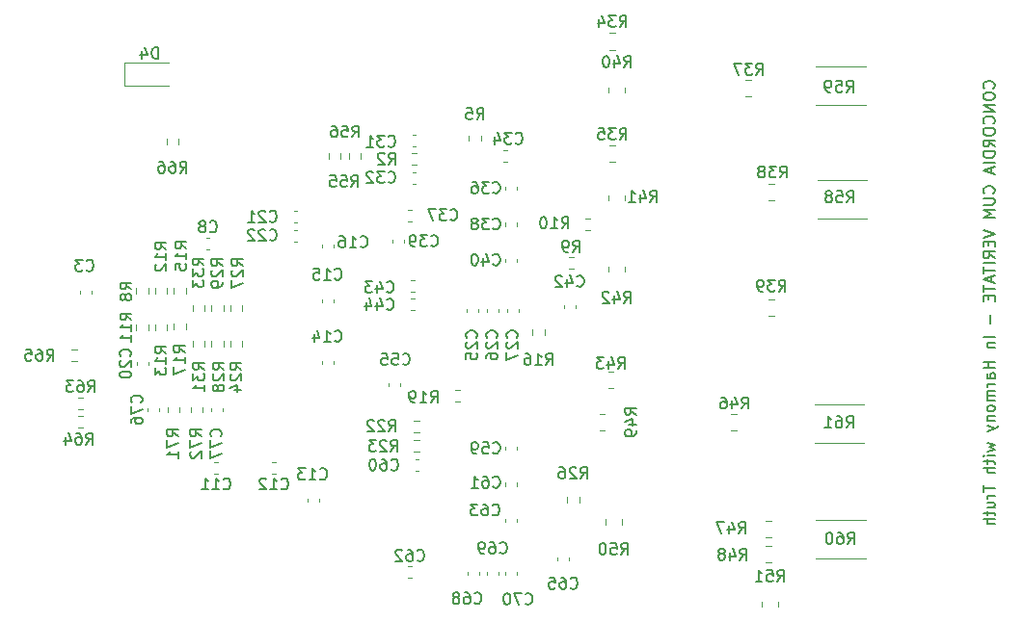
<source format=gbr>
%TF.GenerationSoftware,KiCad,Pcbnew,(6.0.10)*%
%TF.CreationDate,2023-01-28T14:49:13-05:00*%
%TF.ProjectId,electrium-esc,656c6563-7472-4697-956d-2d6573632e6b,rev?*%
%TF.SameCoordinates,Original*%
%TF.FileFunction,Legend,Bot*%
%TF.FilePolarity,Positive*%
%FSLAX46Y46*%
G04 Gerber Fmt 4.6, Leading zero omitted, Abs format (unit mm)*
G04 Created by KiCad (PCBNEW (6.0.10)) date 2023-01-28 14:49:13*
%MOMM*%
%LPD*%
G01*
G04 APERTURE LIST*
%ADD10C,0.150000*%
%ADD11C,0.120000*%
G04 APERTURE END LIST*
D10*
X190704742Y-55744247D02*
X190752361Y-55696628D01*
X190799980Y-55553771D01*
X190799980Y-55458533D01*
X190752361Y-55315676D01*
X190657123Y-55220438D01*
X190561885Y-55172819D01*
X190371409Y-55125200D01*
X190228552Y-55125200D01*
X190038076Y-55172819D01*
X189942838Y-55220438D01*
X189847600Y-55315676D01*
X189799980Y-55458533D01*
X189799980Y-55553771D01*
X189847600Y-55696628D01*
X189895219Y-55744247D01*
X189799980Y-56363295D02*
X189799980Y-56553771D01*
X189847600Y-56649009D01*
X189942838Y-56744247D01*
X190133314Y-56791866D01*
X190466647Y-56791866D01*
X190657123Y-56744247D01*
X190752361Y-56649009D01*
X190799980Y-56553771D01*
X190799980Y-56363295D01*
X190752361Y-56268057D01*
X190657123Y-56172819D01*
X190466647Y-56125200D01*
X190133314Y-56125200D01*
X189942838Y-56172819D01*
X189847600Y-56268057D01*
X189799980Y-56363295D01*
X190799980Y-57220438D02*
X189799980Y-57220438D01*
X190799980Y-57791866D01*
X189799980Y-57791866D01*
X190704742Y-58839485D02*
X190752361Y-58791866D01*
X190799980Y-58649009D01*
X190799980Y-58553771D01*
X190752361Y-58410914D01*
X190657123Y-58315676D01*
X190561885Y-58268057D01*
X190371409Y-58220438D01*
X190228552Y-58220438D01*
X190038076Y-58268057D01*
X189942838Y-58315676D01*
X189847600Y-58410914D01*
X189799980Y-58553771D01*
X189799980Y-58649009D01*
X189847600Y-58791866D01*
X189895219Y-58839485D01*
X189799980Y-59458533D02*
X189799980Y-59649009D01*
X189847600Y-59744247D01*
X189942838Y-59839485D01*
X190133314Y-59887104D01*
X190466647Y-59887104D01*
X190657123Y-59839485D01*
X190752361Y-59744247D01*
X190799980Y-59649009D01*
X190799980Y-59458533D01*
X190752361Y-59363295D01*
X190657123Y-59268057D01*
X190466647Y-59220438D01*
X190133314Y-59220438D01*
X189942838Y-59268057D01*
X189847600Y-59363295D01*
X189799980Y-59458533D01*
X190799980Y-60887104D02*
X190323790Y-60553771D01*
X190799980Y-60315676D02*
X189799980Y-60315676D01*
X189799980Y-60696628D01*
X189847600Y-60791866D01*
X189895219Y-60839485D01*
X189990457Y-60887104D01*
X190133314Y-60887104D01*
X190228552Y-60839485D01*
X190276171Y-60791866D01*
X190323790Y-60696628D01*
X190323790Y-60315676D01*
X190799980Y-61315676D02*
X189799980Y-61315676D01*
X189799980Y-61553771D01*
X189847600Y-61696628D01*
X189942838Y-61791866D01*
X190038076Y-61839485D01*
X190228552Y-61887104D01*
X190371409Y-61887104D01*
X190561885Y-61839485D01*
X190657123Y-61791866D01*
X190752361Y-61696628D01*
X190799980Y-61553771D01*
X190799980Y-61315676D01*
X190799980Y-62315676D02*
X189799980Y-62315676D01*
X190514266Y-62744247D02*
X190514266Y-63220438D01*
X190799980Y-62649009D02*
X189799980Y-62982342D01*
X190799980Y-63315676D01*
X190704742Y-64982342D02*
X190752361Y-64934723D01*
X190799980Y-64791866D01*
X190799980Y-64696628D01*
X190752361Y-64553771D01*
X190657123Y-64458533D01*
X190561885Y-64410914D01*
X190371409Y-64363295D01*
X190228552Y-64363295D01*
X190038076Y-64410914D01*
X189942838Y-64458533D01*
X189847600Y-64553771D01*
X189799980Y-64696628D01*
X189799980Y-64791866D01*
X189847600Y-64934723D01*
X189895219Y-64982342D01*
X189799980Y-65410914D02*
X190609504Y-65410914D01*
X190704742Y-65458533D01*
X190752361Y-65506152D01*
X190799980Y-65601390D01*
X190799980Y-65791866D01*
X190752361Y-65887104D01*
X190704742Y-65934723D01*
X190609504Y-65982342D01*
X189799980Y-65982342D01*
X190799980Y-66458533D02*
X189799980Y-66458533D01*
X190514266Y-66791866D01*
X189799980Y-67125199D01*
X190799980Y-67125199D01*
X189799980Y-68220438D02*
X190799980Y-68553771D01*
X189799980Y-68887104D01*
X190276171Y-69220438D02*
X190276171Y-69553771D01*
X190799980Y-69696628D02*
X190799980Y-69220438D01*
X189799980Y-69220438D01*
X189799980Y-69696628D01*
X190799980Y-70696628D02*
X190323790Y-70363295D01*
X190799980Y-70125199D02*
X189799980Y-70125199D01*
X189799980Y-70506152D01*
X189847600Y-70601390D01*
X189895219Y-70649009D01*
X189990457Y-70696628D01*
X190133314Y-70696628D01*
X190228552Y-70649009D01*
X190276171Y-70601390D01*
X190323790Y-70506152D01*
X190323790Y-70125199D01*
X190799980Y-71125199D02*
X189799980Y-71125199D01*
X189799980Y-71458533D02*
X189799980Y-72029961D01*
X190799980Y-71744247D02*
X189799980Y-71744247D01*
X190514266Y-72315676D02*
X190514266Y-72791866D01*
X190799980Y-72220438D02*
X189799980Y-72553771D01*
X190799980Y-72887104D01*
X189799980Y-73077580D02*
X189799980Y-73649009D01*
X190799980Y-73363295D02*
X189799980Y-73363295D01*
X190276171Y-73982342D02*
X190276171Y-74315676D01*
X190799980Y-74458533D02*
X190799980Y-73982342D01*
X189799980Y-73982342D01*
X189799980Y-74458533D01*
X190419028Y-75649009D02*
X190419028Y-76410914D01*
X190799980Y-77649009D02*
X189799980Y-77649009D01*
X190133314Y-78125199D02*
X190799980Y-78125199D01*
X190228552Y-78125199D02*
X190180933Y-78172819D01*
X190133314Y-78268057D01*
X190133314Y-78410914D01*
X190180933Y-78506152D01*
X190276171Y-78553771D01*
X190799980Y-78553771D01*
X190799980Y-79791866D02*
X189799980Y-79791866D01*
X190276171Y-79791866D02*
X190276171Y-80363295D01*
X190799980Y-80363295D02*
X189799980Y-80363295D01*
X190799980Y-81268057D02*
X190276171Y-81268057D01*
X190180933Y-81220438D01*
X190133314Y-81125199D01*
X190133314Y-80934723D01*
X190180933Y-80839485D01*
X190752361Y-81268057D02*
X190799980Y-81172819D01*
X190799980Y-80934723D01*
X190752361Y-80839485D01*
X190657123Y-80791866D01*
X190561885Y-80791866D01*
X190466647Y-80839485D01*
X190419028Y-80934723D01*
X190419028Y-81172819D01*
X190371409Y-81268057D01*
X190799980Y-81744247D02*
X190133314Y-81744247D01*
X190323790Y-81744247D02*
X190228552Y-81791866D01*
X190180933Y-81839485D01*
X190133314Y-81934723D01*
X190133314Y-82029961D01*
X190799980Y-82363295D02*
X190133314Y-82363295D01*
X190228552Y-82363295D02*
X190180933Y-82410914D01*
X190133314Y-82506152D01*
X190133314Y-82649009D01*
X190180933Y-82744247D01*
X190276171Y-82791866D01*
X190799980Y-82791866D01*
X190276171Y-82791866D02*
X190180933Y-82839485D01*
X190133314Y-82934723D01*
X190133314Y-83077580D01*
X190180933Y-83172819D01*
X190276171Y-83220438D01*
X190799980Y-83220438D01*
X190799980Y-83839485D02*
X190752361Y-83744247D01*
X190704742Y-83696628D01*
X190609504Y-83649009D01*
X190323790Y-83649009D01*
X190228552Y-83696628D01*
X190180933Y-83744247D01*
X190133314Y-83839485D01*
X190133314Y-83982342D01*
X190180933Y-84077580D01*
X190228552Y-84125199D01*
X190323790Y-84172819D01*
X190609504Y-84172819D01*
X190704742Y-84125199D01*
X190752361Y-84077580D01*
X190799980Y-83982342D01*
X190799980Y-83839485D01*
X190133314Y-84601390D02*
X190799980Y-84601390D01*
X190228552Y-84601390D02*
X190180933Y-84649009D01*
X190133314Y-84744247D01*
X190133314Y-84887104D01*
X190180933Y-84982342D01*
X190276171Y-85029961D01*
X190799980Y-85029961D01*
X190133314Y-85410914D02*
X190799980Y-85649009D01*
X190133314Y-85887104D02*
X190799980Y-85649009D01*
X191038076Y-85553771D01*
X191085695Y-85506152D01*
X191133314Y-85410914D01*
X190133314Y-86934723D02*
X190799980Y-87125199D01*
X190323790Y-87315676D01*
X190799980Y-87506152D01*
X190133314Y-87696628D01*
X190799980Y-88077580D02*
X190133314Y-88077580D01*
X189799980Y-88077580D02*
X189847600Y-88029961D01*
X189895219Y-88077580D01*
X189847600Y-88125199D01*
X189799980Y-88077580D01*
X189895219Y-88077580D01*
X190133314Y-88410914D02*
X190133314Y-88791866D01*
X189799980Y-88553771D02*
X190657123Y-88553771D01*
X190752361Y-88601390D01*
X190799980Y-88696628D01*
X190799980Y-88791866D01*
X190799980Y-89125199D02*
X189799980Y-89125199D01*
X190799980Y-89553771D02*
X190276171Y-89553771D01*
X190180933Y-89506152D01*
X190133314Y-89410914D01*
X190133314Y-89268057D01*
X190180933Y-89172819D01*
X190228552Y-89125199D01*
X189799980Y-90649009D02*
X189799980Y-91220438D01*
X190799980Y-90934723D02*
X189799980Y-90934723D01*
X190799980Y-91553771D02*
X190133314Y-91553771D01*
X190323790Y-91553771D02*
X190228552Y-91601390D01*
X190180933Y-91649009D01*
X190133314Y-91744247D01*
X190133314Y-91839485D01*
X190133314Y-92601390D02*
X190799980Y-92601390D01*
X190133314Y-92172819D02*
X190657123Y-92172819D01*
X190752361Y-92220438D01*
X190799980Y-92315676D01*
X190799980Y-92458533D01*
X190752361Y-92553771D01*
X190704742Y-92601390D01*
X190133314Y-92934723D02*
X190133314Y-93315676D01*
X189799980Y-93077580D02*
X190657123Y-93077580D01*
X190752361Y-93125199D01*
X190799980Y-93220438D01*
X190799980Y-93315676D01*
X190799980Y-93649009D02*
X189799980Y-93649009D01*
X190799980Y-94077580D02*
X190276171Y-94077580D01*
X190180933Y-94029961D01*
X190133314Y-93934723D01*
X190133314Y-93791866D01*
X190180933Y-93696628D01*
X190228552Y-93649009D01*
%TO.C,R61*%
X177782457Y-85593180D02*
X178115790Y-85116990D01*
X178353885Y-85593180D02*
X178353885Y-84593180D01*
X177972933Y-84593180D01*
X177877695Y-84640800D01*
X177830076Y-84688419D01*
X177782457Y-84783657D01*
X177782457Y-84926514D01*
X177830076Y-85021752D01*
X177877695Y-85069371D01*
X177972933Y-85116990D01*
X178353885Y-85116990D01*
X176925314Y-84593180D02*
X177115790Y-84593180D01*
X177211028Y-84640800D01*
X177258647Y-84688419D01*
X177353885Y-84831276D01*
X177401504Y-85021752D01*
X177401504Y-85402704D01*
X177353885Y-85497942D01*
X177306266Y-85545561D01*
X177211028Y-85593180D01*
X177020552Y-85593180D01*
X176925314Y-85545561D01*
X176877695Y-85497942D01*
X176830076Y-85402704D01*
X176830076Y-85164609D01*
X176877695Y-85069371D01*
X176925314Y-85021752D01*
X177020552Y-84974133D01*
X177211028Y-84974133D01*
X177306266Y-85021752D01*
X177353885Y-85069371D01*
X177401504Y-85164609D01*
X175877695Y-85593180D02*
X176449123Y-85593180D01*
X176163409Y-85593180D02*
X176163409Y-84593180D01*
X176258647Y-84736038D01*
X176353885Y-84831276D01*
X176449123Y-84878895D01*
%TO.C,R60*%
X177884057Y-95803980D02*
X178217390Y-95327790D01*
X178455485Y-95803980D02*
X178455485Y-94803980D01*
X178074533Y-94803980D01*
X177979295Y-94851600D01*
X177931676Y-94899219D01*
X177884057Y-94994457D01*
X177884057Y-95137314D01*
X177931676Y-95232552D01*
X177979295Y-95280171D01*
X178074533Y-95327790D01*
X178455485Y-95327790D01*
X177026914Y-94803980D02*
X177217390Y-94803980D01*
X177312628Y-94851600D01*
X177360247Y-94899219D01*
X177455485Y-95042076D01*
X177503104Y-95232552D01*
X177503104Y-95613504D01*
X177455485Y-95708742D01*
X177407866Y-95756361D01*
X177312628Y-95803980D01*
X177122152Y-95803980D01*
X177026914Y-95756361D01*
X176979295Y-95708742D01*
X176931676Y-95613504D01*
X176931676Y-95375409D01*
X176979295Y-95280171D01*
X177026914Y-95232552D01*
X177122152Y-95184933D01*
X177312628Y-95184933D01*
X177407866Y-95232552D01*
X177455485Y-95280171D01*
X177503104Y-95375409D01*
X176312628Y-94803980D02*
X176217390Y-94803980D01*
X176122152Y-94851600D01*
X176074533Y-94899219D01*
X176026914Y-94994457D01*
X175979295Y-95184933D01*
X175979295Y-95423028D01*
X176026914Y-95613504D01*
X176074533Y-95708742D01*
X176122152Y-95756361D01*
X176217390Y-95803980D01*
X176312628Y-95803980D01*
X176407866Y-95756361D01*
X176455485Y-95708742D01*
X176503104Y-95613504D01*
X176550723Y-95423028D01*
X176550723Y-95184933D01*
X176503104Y-94994457D01*
X176455485Y-94899219D01*
X176407866Y-94851600D01*
X176312628Y-94803980D01*
%TO.C,R59*%
X177782457Y-56078380D02*
X178115790Y-55602190D01*
X178353885Y-56078380D02*
X178353885Y-55078380D01*
X177972933Y-55078380D01*
X177877695Y-55126000D01*
X177830076Y-55173619D01*
X177782457Y-55268857D01*
X177782457Y-55411714D01*
X177830076Y-55506952D01*
X177877695Y-55554571D01*
X177972933Y-55602190D01*
X178353885Y-55602190D01*
X176877695Y-55078380D02*
X177353885Y-55078380D01*
X177401504Y-55554571D01*
X177353885Y-55506952D01*
X177258647Y-55459333D01*
X177020552Y-55459333D01*
X176925314Y-55506952D01*
X176877695Y-55554571D01*
X176830076Y-55649809D01*
X176830076Y-55887904D01*
X176877695Y-55983142D01*
X176925314Y-56030761D01*
X177020552Y-56078380D01*
X177258647Y-56078380D01*
X177353885Y-56030761D01*
X177401504Y-55983142D01*
X176353885Y-56078380D02*
X176163409Y-56078380D01*
X176068171Y-56030761D01*
X176020552Y-55983142D01*
X175925314Y-55840285D01*
X175877695Y-55649809D01*
X175877695Y-55268857D01*
X175925314Y-55173619D01*
X175972933Y-55126000D01*
X176068171Y-55078380D01*
X176258647Y-55078380D01*
X176353885Y-55126000D01*
X176401504Y-55173619D01*
X176449123Y-55268857D01*
X176449123Y-55506952D01*
X176401504Y-55602190D01*
X176353885Y-55649809D01*
X176258647Y-55697428D01*
X176068171Y-55697428D01*
X175972933Y-55649809D01*
X175925314Y-55602190D01*
X175877695Y-55506952D01*
%TO.C,R58*%
X177833257Y-65781180D02*
X178166590Y-65304990D01*
X178404685Y-65781180D02*
X178404685Y-64781180D01*
X178023733Y-64781180D01*
X177928495Y-64828800D01*
X177880876Y-64876419D01*
X177833257Y-64971657D01*
X177833257Y-65114514D01*
X177880876Y-65209752D01*
X177928495Y-65257371D01*
X178023733Y-65304990D01*
X178404685Y-65304990D01*
X176928495Y-64781180D02*
X177404685Y-64781180D01*
X177452304Y-65257371D01*
X177404685Y-65209752D01*
X177309447Y-65162133D01*
X177071352Y-65162133D01*
X176976114Y-65209752D01*
X176928495Y-65257371D01*
X176880876Y-65352609D01*
X176880876Y-65590704D01*
X176928495Y-65685942D01*
X176976114Y-65733561D01*
X177071352Y-65781180D01*
X177309447Y-65781180D01*
X177404685Y-65733561D01*
X177452304Y-65685942D01*
X176309447Y-65209752D02*
X176404685Y-65162133D01*
X176452304Y-65114514D01*
X176499923Y-65019276D01*
X176499923Y-64971657D01*
X176452304Y-64876419D01*
X176404685Y-64828800D01*
X176309447Y-64781180D01*
X176118971Y-64781180D01*
X176023733Y-64828800D01*
X175976114Y-64876419D01*
X175928495Y-64971657D01*
X175928495Y-65019276D01*
X175976114Y-65114514D01*
X176023733Y-65162133D01*
X176118971Y-65209752D01*
X176309447Y-65209752D01*
X176404685Y-65257371D01*
X176452304Y-65304990D01*
X176499923Y-65400228D01*
X176499923Y-65590704D01*
X176452304Y-65685942D01*
X176404685Y-65733561D01*
X176309447Y-65781180D01*
X176118971Y-65781180D01*
X176023733Y-65733561D01*
X175976114Y-65685942D01*
X175928495Y-65590704D01*
X175928495Y-65400228D01*
X175976114Y-65304990D01*
X176023733Y-65257371D01*
X176118971Y-65209752D01*
%TO.C,C3*%
X111037666Y-71731142D02*
X111085285Y-71778761D01*
X111228142Y-71826380D01*
X111323380Y-71826380D01*
X111466238Y-71778761D01*
X111561476Y-71683523D01*
X111609095Y-71588285D01*
X111656714Y-71397809D01*
X111656714Y-71254952D01*
X111609095Y-71064476D01*
X111561476Y-70969238D01*
X111466238Y-70874000D01*
X111323380Y-70826380D01*
X111228142Y-70826380D01*
X111085285Y-70874000D01*
X111037666Y-70921619D01*
X110704333Y-70826380D02*
X110085285Y-70826380D01*
X110418619Y-71207333D01*
X110275761Y-71207333D01*
X110180523Y-71254952D01*
X110132904Y-71302571D01*
X110085285Y-71397809D01*
X110085285Y-71635904D01*
X110132904Y-71731142D01*
X110180523Y-71778761D01*
X110275761Y-71826380D01*
X110561476Y-71826380D01*
X110656714Y-71778761D01*
X110704333Y-71731142D01*
%TO.C,C62*%
X140088857Y-97225142D02*
X140136476Y-97272761D01*
X140279333Y-97320380D01*
X140374571Y-97320380D01*
X140517428Y-97272761D01*
X140612666Y-97177523D01*
X140660285Y-97082285D01*
X140707904Y-96891809D01*
X140707904Y-96748952D01*
X140660285Y-96558476D01*
X140612666Y-96463238D01*
X140517428Y-96368000D01*
X140374571Y-96320380D01*
X140279333Y-96320380D01*
X140136476Y-96368000D01*
X140088857Y-96415619D01*
X139231714Y-96320380D02*
X139422190Y-96320380D01*
X139517428Y-96368000D01*
X139565047Y-96415619D01*
X139660285Y-96558476D01*
X139707904Y-96748952D01*
X139707904Y-97129904D01*
X139660285Y-97225142D01*
X139612666Y-97272761D01*
X139517428Y-97320380D01*
X139326952Y-97320380D01*
X139231714Y-97272761D01*
X139184095Y-97225142D01*
X139136476Y-97129904D01*
X139136476Y-96891809D01*
X139184095Y-96796571D01*
X139231714Y-96748952D01*
X139326952Y-96701333D01*
X139517428Y-96701333D01*
X139612666Y-96748952D01*
X139660285Y-96796571D01*
X139707904Y-96891809D01*
X138755523Y-96415619D02*
X138707904Y-96368000D01*
X138612666Y-96320380D01*
X138374571Y-96320380D01*
X138279333Y-96368000D01*
X138231714Y-96415619D01*
X138184095Y-96510857D01*
X138184095Y-96606095D01*
X138231714Y-96748952D01*
X138803142Y-97320380D01*
X138184095Y-97320380D01*
%TO.C,C12*%
X128150857Y-90941142D02*
X128198476Y-90988761D01*
X128341333Y-91036380D01*
X128436571Y-91036380D01*
X128579428Y-90988761D01*
X128674666Y-90893523D01*
X128722285Y-90798285D01*
X128769904Y-90607809D01*
X128769904Y-90464952D01*
X128722285Y-90274476D01*
X128674666Y-90179238D01*
X128579428Y-90084000D01*
X128436571Y-90036380D01*
X128341333Y-90036380D01*
X128198476Y-90084000D01*
X128150857Y-90131619D01*
X127198476Y-91036380D02*
X127769904Y-91036380D01*
X127484190Y-91036380D02*
X127484190Y-90036380D01*
X127579428Y-90179238D01*
X127674666Y-90274476D01*
X127769904Y-90322095D01*
X126817523Y-90131619D02*
X126769904Y-90084000D01*
X126674666Y-90036380D01*
X126436571Y-90036380D01*
X126341333Y-90084000D01*
X126293714Y-90131619D01*
X126246095Y-90226857D01*
X126246095Y-90322095D01*
X126293714Y-90464952D01*
X126865142Y-91036380D01*
X126246095Y-91036380D01*
%TO.C,R39*%
X171838857Y-73604380D02*
X172172190Y-73128190D01*
X172410285Y-73604380D02*
X172410285Y-72604380D01*
X172029333Y-72604380D01*
X171934095Y-72652000D01*
X171886476Y-72699619D01*
X171838857Y-72794857D01*
X171838857Y-72937714D01*
X171886476Y-73032952D01*
X171934095Y-73080571D01*
X172029333Y-73128190D01*
X172410285Y-73128190D01*
X171505523Y-72604380D02*
X170886476Y-72604380D01*
X171219809Y-72985333D01*
X171076952Y-72985333D01*
X170981714Y-73032952D01*
X170934095Y-73080571D01*
X170886476Y-73175809D01*
X170886476Y-73413904D01*
X170934095Y-73509142D01*
X170981714Y-73556761D01*
X171076952Y-73604380D01*
X171362666Y-73604380D01*
X171457904Y-73556761D01*
X171505523Y-73509142D01*
X170410285Y-73604380D02*
X170219809Y-73604380D01*
X170124571Y-73556761D01*
X170076952Y-73509142D01*
X169981714Y-73366285D01*
X169934095Y-73175809D01*
X169934095Y-72794857D01*
X169981714Y-72699619D01*
X170029333Y-72652000D01*
X170124571Y-72604380D01*
X170315047Y-72604380D01*
X170410285Y-72652000D01*
X170457904Y-72699619D01*
X170505523Y-72794857D01*
X170505523Y-73032952D01*
X170457904Y-73128190D01*
X170410285Y-73175809D01*
X170315047Y-73223428D01*
X170124571Y-73223428D01*
X170029333Y-73175809D01*
X169981714Y-73128190D01*
X169934095Y-73032952D01*
%TO.C,C8*%
X121883466Y-68319942D02*
X121931085Y-68367561D01*
X122073942Y-68415180D01*
X122169180Y-68415180D01*
X122312038Y-68367561D01*
X122407276Y-68272323D01*
X122454895Y-68177085D01*
X122502514Y-67986609D01*
X122502514Y-67843752D01*
X122454895Y-67653276D01*
X122407276Y-67558038D01*
X122312038Y-67462800D01*
X122169180Y-67415180D01*
X122073942Y-67415180D01*
X121931085Y-67462800D01*
X121883466Y-67510419D01*
X121312038Y-67843752D02*
X121407276Y-67796133D01*
X121454895Y-67748514D01*
X121502514Y-67653276D01*
X121502514Y-67605657D01*
X121454895Y-67510419D01*
X121407276Y-67462800D01*
X121312038Y-67415180D01*
X121121561Y-67415180D01*
X121026323Y-67462800D01*
X120978704Y-67510419D01*
X120931085Y-67605657D01*
X120931085Y-67653276D01*
X120978704Y-67748514D01*
X121026323Y-67796133D01*
X121121561Y-67843752D01*
X121312038Y-67843752D01*
X121407276Y-67891371D01*
X121454895Y-67938990D01*
X121502514Y-68034228D01*
X121502514Y-68224704D01*
X121454895Y-68319942D01*
X121407276Y-68367561D01*
X121312038Y-68415180D01*
X121121561Y-68415180D01*
X121026323Y-68367561D01*
X120978704Y-68319942D01*
X120931085Y-68224704D01*
X120931085Y-68034228D01*
X120978704Y-67938990D01*
X121026323Y-67891371D01*
X121121561Y-67843752D01*
%TO.C,R66*%
X119260857Y-63190380D02*
X119594190Y-62714190D01*
X119832285Y-63190380D02*
X119832285Y-62190380D01*
X119451333Y-62190380D01*
X119356095Y-62238000D01*
X119308476Y-62285619D01*
X119260857Y-62380857D01*
X119260857Y-62523714D01*
X119308476Y-62618952D01*
X119356095Y-62666571D01*
X119451333Y-62714190D01*
X119832285Y-62714190D01*
X118403714Y-62190380D02*
X118594190Y-62190380D01*
X118689428Y-62238000D01*
X118737047Y-62285619D01*
X118832285Y-62428476D01*
X118879904Y-62618952D01*
X118879904Y-62999904D01*
X118832285Y-63095142D01*
X118784666Y-63142761D01*
X118689428Y-63190380D01*
X118498952Y-63190380D01*
X118403714Y-63142761D01*
X118356095Y-63095142D01*
X118308476Y-62999904D01*
X118308476Y-62761809D01*
X118356095Y-62666571D01*
X118403714Y-62618952D01*
X118498952Y-62571333D01*
X118689428Y-62571333D01*
X118784666Y-62618952D01*
X118832285Y-62666571D01*
X118879904Y-62761809D01*
X117451333Y-62190380D02*
X117641809Y-62190380D01*
X117737047Y-62238000D01*
X117784666Y-62285619D01*
X117879904Y-62428476D01*
X117927523Y-62618952D01*
X117927523Y-62999904D01*
X117879904Y-63095142D01*
X117832285Y-63142761D01*
X117737047Y-63190380D01*
X117546571Y-63190380D01*
X117451333Y-63142761D01*
X117403714Y-63095142D01*
X117356095Y-62999904D01*
X117356095Y-62761809D01*
X117403714Y-62666571D01*
X117451333Y-62618952D01*
X117546571Y-62571333D01*
X117737047Y-62571333D01*
X117832285Y-62618952D01*
X117879904Y-62666571D01*
X117927523Y-62761809D01*
%TO.C,R38*%
X171940457Y-63596780D02*
X172273790Y-63120590D01*
X172511885Y-63596780D02*
X172511885Y-62596780D01*
X172130933Y-62596780D01*
X172035695Y-62644400D01*
X171988076Y-62692019D01*
X171940457Y-62787257D01*
X171940457Y-62930114D01*
X171988076Y-63025352D01*
X172035695Y-63072971D01*
X172130933Y-63120590D01*
X172511885Y-63120590D01*
X171607123Y-62596780D02*
X170988076Y-62596780D01*
X171321409Y-62977733D01*
X171178552Y-62977733D01*
X171083314Y-63025352D01*
X171035695Y-63072971D01*
X170988076Y-63168209D01*
X170988076Y-63406304D01*
X171035695Y-63501542D01*
X171083314Y-63549161D01*
X171178552Y-63596780D01*
X171464266Y-63596780D01*
X171559504Y-63549161D01*
X171607123Y-63501542D01*
X170416647Y-63025352D02*
X170511885Y-62977733D01*
X170559504Y-62930114D01*
X170607123Y-62834876D01*
X170607123Y-62787257D01*
X170559504Y-62692019D01*
X170511885Y-62644400D01*
X170416647Y-62596780D01*
X170226171Y-62596780D01*
X170130933Y-62644400D01*
X170083314Y-62692019D01*
X170035695Y-62787257D01*
X170035695Y-62834876D01*
X170083314Y-62930114D01*
X170130933Y-62977733D01*
X170226171Y-63025352D01*
X170416647Y-63025352D01*
X170511885Y-63072971D01*
X170559504Y-63120590D01*
X170607123Y-63215828D01*
X170607123Y-63406304D01*
X170559504Y-63501542D01*
X170511885Y-63549161D01*
X170416647Y-63596780D01*
X170226171Y-63596780D01*
X170130933Y-63549161D01*
X170083314Y-63501542D01*
X170035695Y-63406304D01*
X170035695Y-63215828D01*
X170083314Y-63120590D01*
X170130933Y-63072971D01*
X170226171Y-63025352D01*
%TO.C,C60*%
X137802857Y-89257142D02*
X137850476Y-89304761D01*
X137993333Y-89352380D01*
X138088571Y-89352380D01*
X138231428Y-89304761D01*
X138326666Y-89209523D01*
X138374285Y-89114285D01*
X138421904Y-88923809D01*
X138421904Y-88780952D01*
X138374285Y-88590476D01*
X138326666Y-88495238D01*
X138231428Y-88400000D01*
X138088571Y-88352380D01*
X137993333Y-88352380D01*
X137850476Y-88400000D01*
X137802857Y-88447619D01*
X136945714Y-88352380D02*
X137136190Y-88352380D01*
X137231428Y-88400000D01*
X137279047Y-88447619D01*
X137374285Y-88590476D01*
X137421904Y-88780952D01*
X137421904Y-89161904D01*
X137374285Y-89257142D01*
X137326666Y-89304761D01*
X137231428Y-89352380D01*
X137040952Y-89352380D01*
X136945714Y-89304761D01*
X136898095Y-89257142D01*
X136850476Y-89161904D01*
X136850476Y-88923809D01*
X136898095Y-88828571D01*
X136945714Y-88780952D01*
X137040952Y-88733333D01*
X137231428Y-88733333D01*
X137326666Y-88780952D01*
X137374285Y-88828571D01*
X137421904Y-88923809D01*
X136231428Y-88352380D02*
X136136190Y-88352380D01*
X136040952Y-88400000D01*
X135993333Y-88447619D01*
X135945714Y-88542857D01*
X135898095Y-88733333D01*
X135898095Y-88971428D01*
X135945714Y-89161904D01*
X135993333Y-89257142D01*
X136040952Y-89304761D01*
X136136190Y-89352380D01*
X136231428Y-89352380D01*
X136326666Y-89304761D01*
X136374285Y-89257142D01*
X136421904Y-89161904D01*
X136469523Y-88971428D01*
X136469523Y-88733333D01*
X136421904Y-88542857D01*
X136374285Y-88447619D01*
X136326666Y-88400000D01*
X136231428Y-88352380D01*
%TO.C,C39*%
X141308057Y-69546742D02*
X141355676Y-69594361D01*
X141498533Y-69641980D01*
X141593771Y-69641980D01*
X141736628Y-69594361D01*
X141831866Y-69499123D01*
X141879485Y-69403885D01*
X141927104Y-69213409D01*
X141927104Y-69070552D01*
X141879485Y-68880076D01*
X141831866Y-68784838D01*
X141736628Y-68689600D01*
X141593771Y-68641980D01*
X141498533Y-68641980D01*
X141355676Y-68689600D01*
X141308057Y-68737219D01*
X140974723Y-68641980D02*
X140355676Y-68641980D01*
X140689009Y-69022933D01*
X140546152Y-69022933D01*
X140450914Y-69070552D01*
X140403295Y-69118171D01*
X140355676Y-69213409D01*
X140355676Y-69451504D01*
X140403295Y-69546742D01*
X140450914Y-69594361D01*
X140546152Y-69641980D01*
X140831866Y-69641980D01*
X140927104Y-69594361D01*
X140974723Y-69546742D01*
X139879485Y-69641980D02*
X139689009Y-69641980D01*
X139593771Y-69594361D01*
X139546152Y-69546742D01*
X139450914Y-69403885D01*
X139403295Y-69213409D01*
X139403295Y-68832457D01*
X139450914Y-68737219D01*
X139498533Y-68689600D01*
X139593771Y-68641980D01*
X139784247Y-68641980D01*
X139879485Y-68689600D01*
X139927104Y-68737219D01*
X139974723Y-68832457D01*
X139974723Y-69070552D01*
X139927104Y-69165790D01*
X139879485Y-69213409D01*
X139784247Y-69261028D01*
X139593771Y-69261028D01*
X139498533Y-69213409D01*
X139450914Y-69165790D01*
X139403295Y-69070552D01*
%TO.C,C26*%
X147042142Y-77690142D02*
X147089761Y-77642523D01*
X147137380Y-77499666D01*
X147137380Y-77404428D01*
X147089761Y-77261571D01*
X146994523Y-77166333D01*
X146899285Y-77118714D01*
X146708809Y-77071095D01*
X146565952Y-77071095D01*
X146375476Y-77118714D01*
X146280238Y-77166333D01*
X146185000Y-77261571D01*
X146137380Y-77404428D01*
X146137380Y-77499666D01*
X146185000Y-77642523D01*
X146232619Y-77690142D01*
X146232619Y-78071095D02*
X146185000Y-78118714D01*
X146137380Y-78213952D01*
X146137380Y-78452047D01*
X146185000Y-78547285D01*
X146232619Y-78594904D01*
X146327857Y-78642523D01*
X146423095Y-78642523D01*
X146565952Y-78594904D01*
X147137380Y-78023476D01*
X147137380Y-78642523D01*
X146137380Y-79499666D02*
X146137380Y-79309190D01*
X146185000Y-79213952D01*
X146232619Y-79166333D01*
X146375476Y-79071095D01*
X146565952Y-79023476D01*
X146946904Y-79023476D01*
X147042142Y-79071095D01*
X147089761Y-79118714D01*
X147137380Y-79213952D01*
X147137380Y-79404428D01*
X147089761Y-79499666D01*
X147042142Y-79547285D01*
X146946904Y-79594904D01*
X146708809Y-79594904D01*
X146613571Y-79547285D01*
X146565952Y-79499666D01*
X146518333Y-79404428D01*
X146518333Y-79213952D01*
X146565952Y-79118714D01*
X146613571Y-79071095D01*
X146708809Y-79023476D01*
%TO.C,C77*%
X122835942Y-86351342D02*
X122883561Y-86303723D01*
X122931180Y-86160866D01*
X122931180Y-86065628D01*
X122883561Y-85922771D01*
X122788323Y-85827533D01*
X122693085Y-85779914D01*
X122502609Y-85732295D01*
X122359752Y-85732295D01*
X122169276Y-85779914D01*
X122074038Y-85827533D01*
X121978800Y-85922771D01*
X121931180Y-86065628D01*
X121931180Y-86160866D01*
X121978800Y-86303723D01*
X122026419Y-86351342D01*
X121931180Y-86684676D02*
X121931180Y-87351342D01*
X122931180Y-86922771D01*
X121931180Y-87637057D02*
X121931180Y-88303723D01*
X122931180Y-87875152D01*
%TO.C,R11*%
X115006380Y-76129142D02*
X114530190Y-75795809D01*
X115006380Y-75557714D02*
X114006380Y-75557714D01*
X114006380Y-75938666D01*
X114054000Y-76033904D01*
X114101619Y-76081523D01*
X114196857Y-76129142D01*
X114339714Y-76129142D01*
X114434952Y-76081523D01*
X114482571Y-76033904D01*
X114530190Y-75938666D01*
X114530190Y-75557714D01*
X115006380Y-77081523D02*
X115006380Y-76510095D01*
X115006380Y-76795809D02*
X114006380Y-76795809D01*
X114149238Y-76700571D01*
X114244476Y-76605333D01*
X114292095Y-76510095D01*
X115006380Y-78033904D02*
X115006380Y-77462476D01*
X115006380Y-77748190D02*
X114006380Y-77748190D01*
X114149238Y-77652952D01*
X114244476Y-77557714D01*
X114292095Y-77462476D01*
%TO.C,C11*%
X123070857Y-90941142D02*
X123118476Y-90988761D01*
X123261333Y-91036380D01*
X123356571Y-91036380D01*
X123499428Y-90988761D01*
X123594666Y-90893523D01*
X123642285Y-90798285D01*
X123689904Y-90607809D01*
X123689904Y-90464952D01*
X123642285Y-90274476D01*
X123594666Y-90179238D01*
X123499428Y-90084000D01*
X123356571Y-90036380D01*
X123261333Y-90036380D01*
X123118476Y-90084000D01*
X123070857Y-90131619D01*
X122118476Y-91036380D02*
X122689904Y-91036380D01*
X122404190Y-91036380D02*
X122404190Y-90036380D01*
X122499428Y-90179238D01*
X122594666Y-90274476D01*
X122689904Y-90322095D01*
X121166095Y-91036380D02*
X121737523Y-91036380D01*
X121451809Y-91036380D02*
X121451809Y-90036380D01*
X121547047Y-90179238D01*
X121642285Y-90274476D01*
X121737523Y-90322095D01*
%TO.C,C69*%
X147353257Y-96572342D02*
X147400876Y-96619961D01*
X147543733Y-96667580D01*
X147638971Y-96667580D01*
X147781828Y-96619961D01*
X147877066Y-96524723D01*
X147924685Y-96429485D01*
X147972304Y-96239009D01*
X147972304Y-96096152D01*
X147924685Y-95905676D01*
X147877066Y-95810438D01*
X147781828Y-95715200D01*
X147638971Y-95667580D01*
X147543733Y-95667580D01*
X147400876Y-95715200D01*
X147353257Y-95762819D01*
X146496114Y-95667580D02*
X146686590Y-95667580D01*
X146781828Y-95715200D01*
X146829447Y-95762819D01*
X146924685Y-95905676D01*
X146972304Y-96096152D01*
X146972304Y-96477104D01*
X146924685Y-96572342D01*
X146877066Y-96619961D01*
X146781828Y-96667580D01*
X146591352Y-96667580D01*
X146496114Y-96619961D01*
X146448495Y-96572342D01*
X146400876Y-96477104D01*
X146400876Y-96239009D01*
X146448495Y-96143771D01*
X146496114Y-96096152D01*
X146591352Y-96048533D01*
X146781828Y-96048533D01*
X146877066Y-96096152D01*
X146924685Y-96143771D01*
X146972304Y-96239009D01*
X145924685Y-96667580D02*
X145734209Y-96667580D01*
X145638971Y-96619961D01*
X145591352Y-96572342D01*
X145496114Y-96429485D01*
X145448495Y-96239009D01*
X145448495Y-95858057D01*
X145496114Y-95762819D01*
X145543733Y-95715200D01*
X145638971Y-95667580D01*
X145829447Y-95667580D01*
X145924685Y-95715200D01*
X145972304Y-95762819D01*
X146019923Y-95858057D01*
X146019923Y-96096152D01*
X145972304Y-96191390D01*
X145924685Y-96239009D01*
X145829447Y-96286628D01*
X145638971Y-96286628D01*
X145543733Y-96239009D01*
X145496114Y-96191390D01*
X145448495Y-96096152D01*
%TO.C,R65*%
X107576857Y-79700380D02*
X107910190Y-79224190D01*
X108148285Y-79700380D02*
X108148285Y-78700380D01*
X107767333Y-78700380D01*
X107672095Y-78748000D01*
X107624476Y-78795619D01*
X107576857Y-78890857D01*
X107576857Y-79033714D01*
X107624476Y-79128952D01*
X107672095Y-79176571D01*
X107767333Y-79224190D01*
X108148285Y-79224190D01*
X106719714Y-78700380D02*
X106910190Y-78700380D01*
X107005428Y-78748000D01*
X107053047Y-78795619D01*
X107148285Y-78938476D01*
X107195904Y-79128952D01*
X107195904Y-79509904D01*
X107148285Y-79605142D01*
X107100666Y-79652761D01*
X107005428Y-79700380D01*
X106814952Y-79700380D01*
X106719714Y-79652761D01*
X106672095Y-79605142D01*
X106624476Y-79509904D01*
X106624476Y-79271809D01*
X106672095Y-79176571D01*
X106719714Y-79128952D01*
X106814952Y-79081333D01*
X107005428Y-79081333D01*
X107100666Y-79128952D01*
X107148285Y-79176571D01*
X107195904Y-79271809D01*
X105719714Y-78700380D02*
X106195904Y-78700380D01*
X106243523Y-79176571D01*
X106195904Y-79128952D01*
X106100666Y-79081333D01*
X105862571Y-79081333D01*
X105767333Y-79128952D01*
X105719714Y-79176571D01*
X105672095Y-79271809D01*
X105672095Y-79509904D01*
X105719714Y-79605142D01*
X105767333Y-79652761D01*
X105862571Y-79700380D01*
X106100666Y-79700380D01*
X106195904Y-79652761D01*
X106243523Y-79605142D01*
%TO.C,R72*%
X121153180Y-86351342D02*
X120676990Y-86018009D01*
X121153180Y-85779914D02*
X120153180Y-85779914D01*
X120153180Y-86160866D01*
X120200800Y-86256104D01*
X120248419Y-86303723D01*
X120343657Y-86351342D01*
X120486514Y-86351342D01*
X120581752Y-86303723D01*
X120629371Y-86256104D01*
X120676990Y-86160866D01*
X120676990Y-85779914D01*
X120153180Y-86684676D02*
X120153180Y-87351342D01*
X121153180Y-86922771D01*
X120248419Y-87684676D02*
X120200800Y-87732295D01*
X120153180Y-87827533D01*
X120153180Y-88065628D01*
X120200800Y-88160866D01*
X120248419Y-88208485D01*
X120343657Y-88256104D01*
X120438895Y-88256104D01*
X120581752Y-88208485D01*
X121153180Y-87637057D01*
X121153180Y-88256104D01*
%TO.C,R29*%
X123007380Y-71366142D02*
X122531190Y-71032809D01*
X123007380Y-70794714D02*
X122007380Y-70794714D01*
X122007380Y-71175666D01*
X122055000Y-71270904D01*
X122102619Y-71318523D01*
X122197857Y-71366142D01*
X122340714Y-71366142D01*
X122435952Y-71318523D01*
X122483571Y-71270904D01*
X122531190Y-71175666D01*
X122531190Y-70794714D01*
X122102619Y-71747095D02*
X122055000Y-71794714D01*
X122007380Y-71889952D01*
X122007380Y-72128047D01*
X122055000Y-72223285D01*
X122102619Y-72270904D01*
X122197857Y-72318523D01*
X122293095Y-72318523D01*
X122435952Y-72270904D01*
X123007380Y-71699476D01*
X123007380Y-72318523D01*
X123007380Y-72794714D02*
X123007380Y-72985190D01*
X122959761Y-73080428D01*
X122912142Y-73128047D01*
X122769285Y-73223285D01*
X122578809Y-73270904D01*
X122197857Y-73270904D01*
X122102619Y-73223285D01*
X122055000Y-73175666D01*
X122007380Y-73080428D01*
X122007380Y-72889952D01*
X122055000Y-72794714D01*
X122102619Y-72747095D01*
X122197857Y-72699476D01*
X122435952Y-72699476D01*
X122531190Y-72747095D01*
X122578809Y-72794714D01*
X122626428Y-72889952D01*
X122626428Y-73080428D01*
X122578809Y-73175666D01*
X122531190Y-73223285D01*
X122435952Y-73270904D01*
%TO.C,R51*%
X171711857Y-99107880D02*
X172045190Y-98631690D01*
X172283285Y-99107880D02*
X172283285Y-98107880D01*
X171902333Y-98107880D01*
X171807095Y-98155500D01*
X171759476Y-98203119D01*
X171711857Y-98298357D01*
X171711857Y-98441214D01*
X171759476Y-98536452D01*
X171807095Y-98584071D01*
X171902333Y-98631690D01*
X172283285Y-98631690D01*
X170807095Y-98107880D02*
X171283285Y-98107880D01*
X171330904Y-98584071D01*
X171283285Y-98536452D01*
X171188047Y-98488833D01*
X170949952Y-98488833D01*
X170854714Y-98536452D01*
X170807095Y-98584071D01*
X170759476Y-98679309D01*
X170759476Y-98917404D01*
X170807095Y-99012642D01*
X170854714Y-99060261D01*
X170949952Y-99107880D01*
X171188047Y-99107880D01*
X171283285Y-99060261D01*
X171330904Y-99012642D01*
X169807095Y-99107880D02*
X170378523Y-99107880D01*
X170092809Y-99107880D02*
X170092809Y-98107880D01*
X170188047Y-98250738D01*
X170283285Y-98345976D01*
X170378523Y-98393595D01*
%TO.C,R10*%
X152788857Y-68067180D02*
X153122190Y-67590990D01*
X153360285Y-68067180D02*
X153360285Y-67067180D01*
X152979333Y-67067180D01*
X152884095Y-67114800D01*
X152836476Y-67162419D01*
X152788857Y-67257657D01*
X152788857Y-67400514D01*
X152836476Y-67495752D01*
X152884095Y-67543371D01*
X152979333Y-67590990D01*
X153360285Y-67590990D01*
X151836476Y-68067180D02*
X152407904Y-68067180D01*
X152122190Y-68067180D02*
X152122190Y-67067180D01*
X152217428Y-67210038D01*
X152312666Y-67305276D01*
X152407904Y-67352895D01*
X151217428Y-67067180D02*
X151122190Y-67067180D01*
X151026952Y-67114800D01*
X150979333Y-67162419D01*
X150931714Y-67257657D01*
X150884095Y-67448133D01*
X150884095Y-67686228D01*
X150931714Y-67876704D01*
X150979333Y-67971942D01*
X151026952Y-68019561D01*
X151122190Y-68067180D01*
X151217428Y-68067180D01*
X151312666Y-68019561D01*
X151360285Y-67971942D01*
X151407904Y-67876704D01*
X151455523Y-67686228D01*
X151455523Y-67448133D01*
X151407904Y-67257657D01*
X151360285Y-67162419D01*
X151312666Y-67114800D01*
X151217428Y-67067180D01*
%TO.C,R13*%
X118054380Y-79050142D02*
X117578190Y-78716809D01*
X118054380Y-78478714D02*
X117054380Y-78478714D01*
X117054380Y-78859666D01*
X117102000Y-78954904D01*
X117149619Y-79002523D01*
X117244857Y-79050142D01*
X117387714Y-79050142D01*
X117482952Y-79002523D01*
X117530571Y-78954904D01*
X117578190Y-78859666D01*
X117578190Y-78478714D01*
X118054380Y-80002523D02*
X118054380Y-79431095D01*
X118054380Y-79716809D02*
X117054380Y-79716809D01*
X117197238Y-79621571D01*
X117292476Y-79526333D01*
X117340095Y-79431095D01*
X117054380Y-80335857D02*
X117054380Y-80954904D01*
X117435333Y-80621571D01*
X117435333Y-80764428D01*
X117482952Y-80859666D01*
X117530571Y-80907285D01*
X117625809Y-80954904D01*
X117863904Y-80954904D01*
X117959142Y-80907285D01*
X118006761Y-80859666D01*
X118054380Y-80764428D01*
X118054380Y-80478714D01*
X118006761Y-80383476D01*
X117959142Y-80335857D01*
%TO.C,R42*%
X158249857Y-74620380D02*
X158583190Y-74144190D01*
X158821285Y-74620380D02*
X158821285Y-73620380D01*
X158440333Y-73620380D01*
X158345095Y-73668000D01*
X158297476Y-73715619D01*
X158249857Y-73810857D01*
X158249857Y-73953714D01*
X158297476Y-74048952D01*
X158345095Y-74096571D01*
X158440333Y-74144190D01*
X158821285Y-74144190D01*
X157392714Y-73953714D02*
X157392714Y-74620380D01*
X157630809Y-73572761D02*
X157868904Y-74287047D01*
X157249857Y-74287047D01*
X156916523Y-73715619D02*
X156868904Y-73668000D01*
X156773666Y-73620380D01*
X156535571Y-73620380D01*
X156440333Y-73668000D01*
X156392714Y-73715619D01*
X156345095Y-73810857D01*
X156345095Y-73906095D01*
X156392714Y-74048952D01*
X156964142Y-74620380D01*
X156345095Y-74620380D01*
%TO.C,C40*%
X146743657Y-71223142D02*
X146791276Y-71270761D01*
X146934133Y-71318380D01*
X147029371Y-71318380D01*
X147172228Y-71270761D01*
X147267466Y-71175523D01*
X147315085Y-71080285D01*
X147362704Y-70889809D01*
X147362704Y-70746952D01*
X147315085Y-70556476D01*
X147267466Y-70461238D01*
X147172228Y-70366000D01*
X147029371Y-70318380D01*
X146934133Y-70318380D01*
X146791276Y-70366000D01*
X146743657Y-70413619D01*
X145886514Y-70651714D02*
X145886514Y-71318380D01*
X146124609Y-70270761D02*
X146362704Y-70985047D01*
X145743657Y-70985047D01*
X145172228Y-70318380D02*
X145076990Y-70318380D01*
X144981752Y-70366000D01*
X144934133Y-70413619D01*
X144886514Y-70508857D01*
X144838895Y-70699333D01*
X144838895Y-70937428D01*
X144886514Y-71127904D01*
X144934133Y-71223142D01*
X144981752Y-71270761D01*
X145076990Y-71318380D01*
X145172228Y-71318380D01*
X145267466Y-71270761D01*
X145315085Y-71223142D01*
X145362704Y-71127904D01*
X145410323Y-70937428D01*
X145410323Y-70699333D01*
X145362704Y-70508857D01*
X145315085Y-70413619D01*
X145267466Y-70366000D01*
X145172228Y-70318380D01*
%TO.C,R64*%
X111031257Y-87066380D02*
X111364590Y-86590190D01*
X111602685Y-87066380D02*
X111602685Y-86066380D01*
X111221733Y-86066380D01*
X111126495Y-86114000D01*
X111078876Y-86161619D01*
X111031257Y-86256857D01*
X111031257Y-86399714D01*
X111078876Y-86494952D01*
X111126495Y-86542571D01*
X111221733Y-86590190D01*
X111602685Y-86590190D01*
X110174114Y-86066380D02*
X110364590Y-86066380D01*
X110459828Y-86114000D01*
X110507447Y-86161619D01*
X110602685Y-86304476D01*
X110650304Y-86494952D01*
X110650304Y-86875904D01*
X110602685Y-86971142D01*
X110555066Y-87018761D01*
X110459828Y-87066380D01*
X110269352Y-87066380D01*
X110174114Y-87018761D01*
X110126495Y-86971142D01*
X110078876Y-86875904D01*
X110078876Y-86637809D01*
X110126495Y-86542571D01*
X110174114Y-86494952D01*
X110269352Y-86447333D01*
X110459828Y-86447333D01*
X110555066Y-86494952D01*
X110602685Y-86542571D01*
X110650304Y-86637809D01*
X109221733Y-86399714D02*
X109221733Y-87066380D01*
X109459828Y-86018761D02*
X109697923Y-86733047D01*
X109078876Y-86733047D01*
%TO.C,C13*%
X131554457Y-90069942D02*
X131602076Y-90117561D01*
X131744933Y-90165180D01*
X131840171Y-90165180D01*
X131983028Y-90117561D01*
X132078266Y-90022323D01*
X132125885Y-89927085D01*
X132173504Y-89736609D01*
X132173504Y-89593752D01*
X132125885Y-89403276D01*
X132078266Y-89308038D01*
X131983028Y-89212800D01*
X131840171Y-89165180D01*
X131744933Y-89165180D01*
X131602076Y-89212800D01*
X131554457Y-89260419D01*
X130602076Y-90165180D02*
X131173504Y-90165180D01*
X130887790Y-90165180D02*
X130887790Y-89165180D01*
X130983028Y-89308038D01*
X131078266Y-89403276D01*
X131173504Y-89450895D01*
X130268742Y-89165180D02*
X129649695Y-89165180D01*
X129983028Y-89546133D01*
X129840171Y-89546133D01*
X129744933Y-89593752D01*
X129697314Y-89641371D01*
X129649695Y-89736609D01*
X129649695Y-89974704D01*
X129697314Y-90069942D01*
X129744933Y-90117561D01*
X129840171Y-90165180D01*
X130125885Y-90165180D01*
X130221123Y-90117561D01*
X130268742Y-90069942D01*
%TO.C,C63*%
X146692857Y-93219542D02*
X146740476Y-93267161D01*
X146883333Y-93314780D01*
X146978571Y-93314780D01*
X147121428Y-93267161D01*
X147216666Y-93171923D01*
X147264285Y-93076685D01*
X147311904Y-92886209D01*
X147311904Y-92743352D01*
X147264285Y-92552876D01*
X147216666Y-92457638D01*
X147121428Y-92362400D01*
X146978571Y-92314780D01*
X146883333Y-92314780D01*
X146740476Y-92362400D01*
X146692857Y-92410019D01*
X145835714Y-92314780D02*
X146026190Y-92314780D01*
X146121428Y-92362400D01*
X146169047Y-92410019D01*
X146264285Y-92552876D01*
X146311904Y-92743352D01*
X146311904Y-93124304D01*
X146264285Y-93219542D01*
X146216666Y-93267161D01*
X146121428Y-93314780D01*
X145930952Y-93314780D01*
X145835714Y-93267161D01*
X145788095Y-93219542D01*
X145740476Y-93124304D01*
X145740476Y-92886209D01*
X145788095Y-92790971D01*
X145835714Y-92743352D01*
X145930952Y-92695733D01*
X146121428Y-92695733D01*
X146216666Y-92743352D01*
X146264285Y-92790971D01*
X146311904Y-92886209D01*
X145407142Y-92314780D02*
X144788095Y-92314780D01*
X145121428Y-92695733D01*
X144978571Y-92695733D01*
X144883333Y-92743352D01*
X144835714Y-92790971D01*
X144788095Y-92886209D01*
X144788095Y-93124304D01*
X144835714Y-93219542D01*
X144883333Y-93267161D01*
X144978571Y-93314780D01*
X145264285Y-93314780D01*
X145359523Y-93267161D01*
X145407142Y-93219542D01*
%TO.C,R34*%
X157868857Y-50363380D02*
X158202190Y-49887190D01*
X158440285Y-50363380D02*
X158440285Y-49363380D01*
X158059333Y-49363380D01*
X157964095Y-49411000D01*
X157916476Y-49458619D01*
X157868857Y-49553857D01*
X157868857Y-49696714D01*
X157916476Y-49791952D01*
X157964095Y-49839571D01*
X158059333Y-49887190D01*
X158440285Y-49887190D01*
X157535523Y-49363380D02*
X156916476Y-49363380D01*
X157249809Y-49744333D01*
X157106952Y-49744333D01*
X157011714Y-49791952D01*
X156964095Y-49839571D01*
X156916476Y-49934809D01*
X156916476Y-50172904D01*
X156964095Y-50268142D01*
X157011714Y-50315761D01*
X157106952Y-50363380D01*
X157392666Y-50363380D01*
X157487904Y-50315761D01*
X157535523Y-50268142D01*
X156059333Y-49696714D02*
X156059333Y-50363380D01*
X156297428Y-49315761D02*
X156535523Y-50030047D01*
X155916476Y-50030047D01*
%TO.C,R71*%
X119121180Y-86351342D02*
X118644990Y-86018009D01*
X119121180Y-85779914D02*
X118121180Y-85779914D01*
X118121180Y-86160866D01*
X118168800Y-86256104D01*
X118216419Y-86303723D01*
X118311657Y-86351342D01*
X118454514Y-86351342D01*
X118549752Y-86303723D01*
X118597371Y-86256104D01*
X118644990Y-86160866D01*
X118644990Y-85779914D01*
X118121180Y-86684676D02*
X118121180Y-87351342D01*
X119121180Y-86922771D01*
X119121180Y-88256104D02*
X119121180Y-87684676D01*
X119121180Y-87970390D02*
X118121180Y-87970390D01*
X118264038Y-87875152D01*
X118359276Y-87779914D01*
X118406895Y-87684676D01*
%TO.C,R40*%
X158275257Y-53893980D02*
X158608590Y-53417790D01*
X158846685Y-53893980D02*
X158846685Y-52893980D01*
X158465733Y-52893980D01*
X158370495Y-52941600D01*
X158322876Y-52989219D01*
X158275257Y-53084457D01*
X158275257Y-53227314D01*
X158322876Y-53322552D01*
X158370495Y-53370171D01*
X158465733Y-53417790D01*
X158846685Y-53417790D01*
X157418114Y-53227314D02*
X157418114Y-53893980D01*
X157656209Y-52846361D02*
X157894304Y-53560647D01*
X157275257Y-53560647D01*
X156703828Y-52893980D02*
X156608590Y-52893980D01*
X156513352Y-52941600D01*
X156465733Y-52989219D01*
X156418114Y-53084457D01*
X156370495Y-53274933D01*
X156370495Y-53513028D01*
X156418114Y-53703504D01*
X156465733Y-53798742D01*
X156513352Y-53846361D01*
X156608590Y-53893980D01*
X156703828Y-53893980D01*
X156799066Y-53846361D01*
X156846685Y-53798742D01*
X156894304Y-53703504D01*
X156941923Y-53513028D01*
X156941923Y-53274933D01*
X156894304Y-53084457D01*
X156846685Y-52989219D01*
X156799066Y-52941600D01*
X156703828Y-52893980D01*
%TO.C,R2*%
X137580666Y-62428380D02*
X137914000Y-61952190D01*
X138152095Y-62428380D02*
X138152095Y-61428380D01*
X137771142Y-61428380D01*
X137675904Y-61476000D01*
X137628285Y-61523619D01*
X137580666Y-61618857D01*
X137580666Y-61761714D01*
X137628285Y-61856952D01*
X137675904Y-61904571D01*
X137771142Y-61952190D01*
X138152095Y-61952190D01*
X137199714Y-61523619D02*
X137152095Y-61476000D01*
X137056857Y-61428380D01*
X136818761Y-61428380D01*
X136723523Y-61476000D01*
X136675904Y-61523619D01*
X136628285Y-61618857D01*
X136628285Y-61714095D01*
X136675904Y-61856952D01*
X137247333Y-62428380D01*
X136628285Y-62428380D01*
%TO.C,C27*%
X148820142Y-77690142D02*
X148867761Y-77642523D01*
X148915380Y-77499666D01*
X148915380Y-77404428D01*
X148867761Y-77261571D01*
X148772523Y-77166333D01*
X148677285Y-77118714D01*
X148486809Y-77071095D01*
X148343952Y-77071095D01*
X148153476Y-77118714D01*
X148058238Y-77166333D01*
X147963000Y-77261571D01*
X147915380Y-77404428D01*
X147915380Y-77499666D01*
X147963000Y-77642523D01*
X148010619Y-77690142D01*
X148010619Y-78071095D02*
X147963000Y-78118714D01*
X147915380Y-78213952D01*
X147915380Y-78452047D01*
X147963000Y-78547285D01*
X148010619Y-78594904D01*
X148105857Y-78642523D01*
X148201095Y-78642523D01*
X148343952Y-78594904D01*
X148915380Y-78023476D01*
X148915380Y-78642523D01*
X147915380Y-78975857D02*
X147915380Y-79642523D01*
X148915380Y-79213952D01*
%TO.C,C36*%
X146743657Y-64886142D02*
X146791276Y-64933761D01*
X146934133Y-64981380D01*
X147029371Y-64981380D01*
X147172228Y-64933761D01*
X147267466Y-64838523D01*
X147315085Y-64743285D01*
X147362704Y-64552809D01*
X147362704Y-64409952D01*
X147315085Y-64219476D01*
X147267466Y-64124238D01*
X147172228Y-64029000D01*
X147029371Y-63981380D01*
X146934133Y-63981380D01*
X146791276Y-64029000D01*
X146743657Y-64076619D01*
X146410323Y-63981380D02*
X145791276Y-63981380D01*
X146124609Y-64362333D01*
X145981752Y-64362333D01*
X145886514Y-64409952D01*
X145838895Y-64457571D01*
X145791276Y-64552809D01*
X145791276Y-64790904D01*
X145838895Y-64886142D01*
X145886514Y-64933761D01*
X145981752Y-64981380D01*
X146267466Y-64981380D01*
X146362704Y-64933761D01*
X146410323Y-64886142D01*
X144934133Y-63981380D02*
X145124609Y-63981380D01*
X145219847Y-64029000D01*
X145267466Y-64076619D01*
X145362704Y-64219476D01*
X145410323Y-64409952D01*
X145410323Y-64790904D01*
X145362704Y-64886142D01*
X145315085Y-64933761D01*
X145219847Y-64981380D01*
X145029371Y-64981380D01*
X144934133Y-64933761D01*
X144886514Y-64886142D01*
X144838895Y-64790904D01*
X144838895Y-64552809D01*
X144886514Y-64457571D01*
X144934133Y-64409952D01*
X145029371Y-64362333D01*
X145219847Y-64362333D01*
X145315085Y-64409952D01*
X145362704Y-64457571D01*
X145410323Y-64552809D01*
%TO.C,R17*%
X119705380Y-78986142D02*
X119229190Y-78652809D01*
X119705380Y-78414714D02*
X118705380Y-78414714D01*
X118705380Y-78795666D01*
X118753000Y-78890904D01*
X118800619Y-78938523D01*
X118895857Y-78986142D01*
X119038714Y-78986142D01*
X119133952Y-78938523D01*
X119181571Y-78890904D01*
X119229190Y-78795666D01*
X119229190Y-78414714D01*
X119705380Y-79938523D02*
X119705380Y-79367095D01*
X119705380Y-79652809D02*
X118705380Y-79652809D01*
X118848238Y-79557571D01*
X118943476Y-79462333D01*
X118991095Y-79367095D01*
X118705380Y-80271857D02*
X118705380Y-80938523D01*
X119705380Y-80509952D01*
%TO.C,R19*%
X141295857Y-83383380D02*
X141629190Y-82907190D01*
X141867285Y-83383380D02*
X141867285Y-82383380D01*
X141486333Y-82383380D01*
X141391095Y-82431000D01*
X141343476Y-82478619D01*
X141295857Y-82573857D01*
X141295857Y-82716714D01*
X141343476Y-82811952D01*
X141391095Y-82859571D01*
X141486333Y-82907190D01*
X141867285Y-82907190D01*
X140343476Y-83383380D02*
X140914904Y-83383380D01*
X140629190Y-83383380D02*
X140629190Y-82383380D01*
X140724428Y-82526238D01*
X140819666Y-82621476D01*
X140914904Y-82669095D01*
X139867285Y-83383380D02*
X139676809Y-83383380D01*
X139581571Y-83335761D01*
X139533952Y-83288142D01*
X139438714Y-83145285D01*
X139391095Y-82954809D01*
X139391095Y-82573857D01*
X139438714Y-82478619D01*
X139486333Y-82431000D01*
X139581571Y-82383380D01*
X139772047Y-82383380D01*
X139867285Y-82431000D01*
X139914904Y-82478619D01*
X139962523Y-82573857D01*
X139962523Y-82811952D01*
X139914904Y-82907190D01*
X139867285Y-82954809D01*
X139772047Y-83002428D01*
X139581571Y-83002428D01*
X139486333Y-82954809D01*
X139438714Y-82907190D01*
X139391095Y-82811952D01*
%TO.C,R56*%
X134399257Y-60040780D02*
X134732590Y-59564590D01*
X134970685Y-60040780D02*
X134970685Y-59040780D01*
X134589733Y-59040780D01*
X134494495Y-59088400D01*
X134446876Y-59136019D01*
X134399257Y-59231257D01*
X134399257Y-59374114D01*
X134446876Y-59469352D01*
X134494495Y-59516971D01*
X134589733Y-59564590D01*
X134970685Y-59564590D01*
X133494495Y-59040780D02*
X133970685Y-59040780D01*
X134018304Y-59516971D01*
X133970685Y-59469352D01*
X133875447Y-59421733D01*
X133637352Y-59421733D01*
X133542114Y-59469352D01*
X133494495Y-59516971D01*
X133446876Y-59612209D01*
X133446876Y-59850304D01*
X133494495Y-59945542D01*
X133542114Y-59993161D01*
X133637352Y-60040780D01*
X133875447Y-60040780D01*
X133970685Y-59993161D01*
X134018304Y-59945542D01*
X132589733Y-59040780D02*
X132780209Y-59040780D01*
X132875447Y-59088400D01*
X132923066Y-59136019D01*
X133018304Y-59278876D01*
X133065923Y-59469352D01*
X133065923Y-59850304D01*
X133018304Y-59945542D01*
X132970685Y-59993161D01*
X132875447Y-60040780D01*
X132684971Y-60040780D01*
X132589733Y-59993161D01*
X132542114Y-59945542D01*
X132494495Y-59850304D01*
X132494495Y-59612209D01*
X132542114Y-59516971D01*
X132589733Y-59469352D01*
X132684971Y-59421733D01*
X132875447Y-59421733D01*
X132970685Y-59469352D01*
X133018304Y-59516971D01*
X133065923Y-59612209D01*
%TO.C,R8*%
X115006380Y-73430333D02*
X114530190Y-73097000D01*
X115006380Y-72858904D02*
X114006380Y-72858904D01*
X114006380Y-73239857D01*
X114054000Y-73335095D01*
X114101619Y-73382714D01*
X114196857Y-73430333D01*
X114339714Y-73430333D01*
X114434952Y-73382714D01*
X114482571Y-73335095D01*
X114530190Y-73239857D01*
X114530190Y-72858904D01*
X114434952Y-74001761D02*
X114387333Y-73906523D01*
X114339714Y-73858904D01*
X114244476Y-73811285D01*
X114196857Y-73811285D01*
X114101619Y-73858904D01*
X114054000Y-73906523D01*
X114006380Y-74001761D01*
X114006380Y-74192238D01*
X114054000Y-74287476D01*
X114101619Y-74335095D01*
X114196857Y-74382714D01*
X114244476Y-74382714D01*
X114339714Y-74335095D01*
X114387333Y-74287476D01*
X114434952Y-74192238D01*
X114434952Y-74001761D01*
X114482571Y-73906523D01*
X114530190Y-73858904D01*
X114625428Y-73811285D01*
X114815904Y-73811285D01*
X114911142Y-73858904D01*
X114958761Y-73906523D01*
X115006380Y-74001761D01*
X115006380Y-74192238D01*
X114958761Y-74287476D01*
X114911142Y-74335095D01*
X114815904Y-74382714D01*
X114625428Y-74382714D01*
X114530190Y-74335095D01*
X114482571Y-74287476D01*
X114434952Y-74192238D01*
%TO.C,C68*%
X145118057Y-100991942D02*
X145165676Y-101039561D01*
X145308533Y-101087180D01*
X145403771Y-101087180D01*
X145546628Y-101039561D01*
X145641866Y-100944323D01*
X145689485Y-100849085D01*
X145737104Y-100658609D01*
X145737104Y-100515752D01*
X145689485Y-100325276D01*
X145641866Y-100230038D01*
X145546628Y-100134800D01*
X145403771Y-100087180D01*
X145308533Y-100087180D01*
X145165676Y-100134800D01*
X145118057Y-100182419D01*
X144260914Y-100087180D02*
X144451390Y-100087180D01*
X144546628Y-100134800D01*
X144594247Y-100182419D01*
X144689485Y-100325276D01*
X144737104Y-100515752D01*
X144737104Y-100896704D01*
X144689485Y-100991942D01*
X144641866Y-101039561D01*
X144546628Y-101087180D01*
X144356152Y-101087180D01*
X144260914Y-101039561D01*
X144213295Y-100991942D01*
X144165676Y-100896704D01*
X144165676Y-100658609D01*
X144213295Y-100563371D01*
X144260914Y-100515752D01*
X144356152Y-100468133D01*
X144546628Y-100468133D01*
X144641866Y-100515752D01*
X144689485Y-100563371D01*
X144737104Y-100658609D01*
X143594247Y-100515752D02*
X143689485Y-100468133D01*
X143737104Y-100420514D01*
X143784723Y-100325276D01*
X143784723Y-100277657D01*
X143737104Y-100182419D01*
X143689485Y-100134800D01*
X143594247Y-100087180D01*
X143403771Y-100087180D01*
X143308533Y-100134800D01*
X143260914Y-100182419D01*
X143213295Y-100277657D01*
X143213295Y-100325276D01*
X143260914Y-100420514D01*
X143308533Y-100468133D01*
X143403771Y-100515752D01*
X143594247Y-100515752D01*
X143689485Y-100563371D01*
X143737104Y-100610990D01*
X143784723Y-100706228D01*
X143784723Y-100896704D01*
X143737104Y-100991942D01*
X143689485Y-101039561D01*
X143594247Y-101087180D01*
X143403771Y-101087180D01*
X143308533Y-101039561D01*
X143260914Y-100991942D01*
X143213295Y-100896704D01*
X143213295Y-100706228D01*
X143260914Y-100610990D01*
X143308533Y-100563371D01*
X143403771Y-100515752D01*
%TO.C,R15*%
X119832380Y-69842142D02*
X119356190Y-69508809D01*
X119832380Y-69270714D02*
X118832380Y-69270714D01*
X118832380Y-69651666D01*
X118880000Y-69746904D01*
X118927619Y-69794523D01*
X119022857Y-69842142D01*
X119165714Y-69842142D01*
X119260952Y-69794523D01*
X119308571Y-69746904D01*
X119356190Y-69651666D01*
X119356190Y-69270714D01*
X119832380Y-70794523D02*
X119832380Y-70223095D01*
X119832380Y-70508809D02*
X118832380Y-70508809D01*
X118975238Y-70413571D01*
X119070476Y-70318333D01*
X119118095Y-70223095D01*
X118832380Y-71699285D02*
X118832380Y-71223095D01*
X119308571Y-71175476D01*
X119260952Y-71223095D01*
X119213333Y-71318333D01*
X119213333Y-71556428D01*
X119260952Y-71651666D01*
X119308571Y-71699285D01*
X119403809Y-71746904D01*
X119641904Y-71746904D01*
X119737142Y-71699285D01*
X119784761Y-71651666D01*
X119832380Y-71556428D01*
X119832380Y-71318333D01*
X119784761Y-71223095D01*
X119737142Y-71175476D01*
%TO.C,R49*%
X159329380Y-84447142D02*
X158853190Y-84113809D01*
X159329380Y-83875714D02*
X158329380Y-83875714D01*
X158329380Y-84256666D01*
X158377000Y-84351904D01*
X158424619Y-84399523D01*
X158519857Y-84447142D01*
X158662714Y-84447142D01*
X158757952Y-84399523D01*
X158805571Y-84351904D01*
X158853190Y-84256666D01*
X158853190Y-83875714D01*
X158662714Y-85304285D02*
X159329380Y-85304285D01*
X158281761Y-85066190D02*
X158996047Y-84828095D01*
X158996047Y-85447142D01*
X159329380Y-85875714D02*
X159329380Y-86066190D01*
X159281761Y-86161428D01*
X159234142Y-86209047D01*
X159091285Y-86304285D01*
X158900809Y-86351904D01*
X158519857Y-86351904D01*
X158424619Y-86304285D01*
X158377000Y-86256666D01*
X158329380Y-86161428D01*
X158329380Y-85970952D01*
X158377000Y-85875714D01*
X158424619Y-85828095D01*
X158519857Y-85780476D01*
X158757952Y-85780476D01*
X158853190Y-85828095D01*
X158900809Y-85875714D01*
X158948428Y-85970952D01*
X158948428Y-86161428D01*
X158900809Y-86256666D01*
X158853190Y-86304285D01*
X158757952Y-86351904D01*
%TO.C,R47*%
X168333657Y-94889580D02*
X168666990Y-94413390D01*
X168905085Y-94889580D02*
X168905085Y-93889580D01*
X168524133Y-93889580D01*
X168428895Y-93937200D01*
X168381276Y-93984819D01*
X168333657Y-94080057D01*
X168333657Y-94222914D01*
X168381276Y-94318152D01*
X168428895Y-94365771D01*
X168524133Y-94413390D01*
X168905085Y-94413390D01*
X167476514Y-94222914D02*
X167476514Y-94889580D01*
X167714609Y-93841961D02*
X167952704Y-94556247D01*
X167333657Y-94556247D01*
X167047942Y-93889580D02*
X166381276Y-93889580D01*
X166809847Y-94889580D01*
%TO.C,D4*%
X117324095Y-53157380D02*
X117324095Y-52157380D01*
X117086000Y-52157380D01*
X116943142Y-52205000D01*
X116847904Y-52300238D01*
X116800285Y-52395476D01*
X116752666Y-52585952D01*
X116752666Y-52728809D01*
X116800285Y-52919285D01*
X116847904Y-53014523D01*
X116943142Y-53109761D01*
X117086000Y-53157380D01*
X117324095Y-53157380D01*
X115895523Y-52490714D02*
X115895523Y-53157380D01*
X116133619Y-52109761D02*
X116371714Y-52824047D01*
X115752666Y-52824047D01*
%TO.C,C16*%
X135110457Y-69648342D02*
X135158076Y-69695961D01*
X135300933Y-69743580D01*
X135396171Y-69743580D01*
X135539028Y-69695961D01*
X135634266Y-69600723D01*
X135681885Y-69505485D01*
X135729504Y-69315009D01*
X135729504Y-69172152D01*
X135681885Y-68981676D01*
X135634266Y-68886438D01*
X135539028Y-68791200D01*
X135396171Y-68743580D01*
X135300933Y-68743580D01*
X135158076Y-68791200D01*
X135110457Y-68838819D01*
X134158076Y-69743580D02*
X134729504Y-69743580D01*
X134443790Y-69743580D02*
X134443790Y-68743580D01*
X134539028Y-68886438D01*
X134634266Y-68981676D01*
X134729504Y-69029295D01*
X133300933Y-68743580D02*
X133491409Y-68743580D01*
X133586647Y-68791200D01*
X133634266Y-68838819D01*
X133729504Y-68981676D01*
X133777123Y-69172152D01*
X133777123Y-69553104D01*
X133729504Y-69648342D01*
X133681885Y-69695961D01*
X133586647Y-69743580D01*
X133396171Y-69743580D01*
X133300933Y-69695961D01*
X133253314Y-69648342D01*
X133205695Y-69553104D01*
X133205695Y-69315009D01*
X133253314Y-69219771D01*
X133300933Y-69172152D01*
X133396171Y-69124533D01*
X133586647Y-69124533D01*
X133681885Y-69172152D01*
X133729504Y-69219771D01*
X133777123Y-69315009D01*
%TO.C,C59*%
X146743657Y-87783942D02*
X146791276Y-87831561D01*
X146934133Y-87879180D01*
X147029371Y-87879180D01*
X147172228Y-87831561D01*
X147267466Y-87736323D01*
X147315085Y-87641085D01*
X147362704Y-87450609D01*
X147362704Y-87307752D01*
X147315085Y-87117276D01*
X147267466Y-87022038D01*
X147172228Y-86926800D01*
X147029371Y-86879180D01*
X146934133Y-86879180D01*
X146791276Y-86926800D01*
X146743657Y-86974419D01*
X145838895Y-86879180D02*
X146315085Y-86879180D01*
X146362704Y-87355371D01*
X146315085Y-87307752D01*
X146219847Y-87260133D01*
X145981752Y-87260133D01*
X145886514Y-87307752D01*
X145838895Y-87355371D01*
X145791276Y-87450609D01*
X145791276Y-87688704D01*
X145838895Y-87783942D01*
X145886514Y-87831561D01*
X145981752Y-87879180D01*
X146219847Y-87879180D01*
X146315085Y-87831561D01*
X146362704Y-87783942D01*
X145315085Y-87879180D02*
X145124609Y-87879180D01*
X145029371Y-87831561D01*
X144981752Y-87783942D01*
X144886514Y-87641085D01*
X144838895Y-87450609D01*
X144838895Y-87069657D01*
X144886514Y-86974419D01*
X144934133Y-86926800D01*
X145029371Y-86879180D01*
X145219847Y-86879180D01*
X145315085Y-86926800D01*
X145362704Y-86974419D01*
X145410323Y-87069657D01*
X145410323Y-87307752D01*
X145362704Y-87402990D01*
X145315085Y-87450609D01*
X145219847Y-87498228D01*
X145029371Y-87498228D01*
X144934133Y-87450609D01*
X144886514Y-87402990D01*
X144838895Y-87307752D01*
%TO.C,R48*%
X168435257Y-97226380D02*
X168768590Y-96750190D01*
X169006685Y-97226380D02*
X169006685Y-96226380D01*
X168625733Y-96226380D01*
X168530495Y-96274000D01*
X168482876Y-96321619D01*
X168435257Y-96416857D01*
X168435257Y-96559714D01*
X168482876Y-96654952D01*
X168530495Y-96702571D01*
X168625733Y-96750190D01*
X169006685Y-96750190D01*
X167578114Y-96559714D02*
X167578114Y-97226380D01*
X167816209Y-96178761D02*
X168054304Y-96893047D01*
X167435257Y-96893047D01*
X166911447Y-96654952D02*
X167006685Y-96607333D01*
X167054304Y-96559714D01*
X167101923Y-96464476D01*
X167101923Y-96416857D01*
X167054304Y-96321619D01*
X167006685Y-96274000D01*
X166911447Y-96226380D01*
X166720971Y-96226380D01*
X166625733Y-96274000D01*
X166578114Y-96321619D01*
X166530495Y-96416857D01*
X166530495Y-96464476D01*
X166578114Y-96559714D01*
X166625733Y-96607333D01*
X166720971Y-96654952D01*
X166911447Y-96654952D01*
X167006685Y-96702571D01*
X167054304Y-96750190D01*
X167101923Y-96845428D01*
X167101923Y-97035904D01*
X167054304Y-97131142D01*
X167006685Y-97178761D01*
X166911447Y-97226380D01*
X166720971Y-97226380D01*
X166625733Y-97178761D01*
X166578114Y-97131142D01*
X166530495Y-97035904D01*
X166530495Y-96845428D01*
X166578114Y-96750190D01*
X166625733Y-96702571D01*
X166720971Y-96654952D01*
%TO.C,C65*%
X153550857Y-99671142D02*
X153598476Y-99718761D01*
X153741333Y-99766380D01*
X153836571Y-99766380D01*
X153979428Y-99718761D01*
X154074666Y-99623523D01*
X154122285Y-99528285D01*
X154169904Y-99337809D01*
X154169904Y-99194952D01*
X154122285Y-99004476D01*
X154074666Y-98909238D01*
X153979428Y-98814000D01*
X153836571Y-98766380D01*
X153741333Y-98766380D01*
X153598476Y-98814000D01*
X153550857Y-98861619D01*
X152693714Y-98766380D02*
X152884190Y-98766380D01*
X152979428Y-98814000D01*
X153027047Y-98861619D01*
X153122285Y-99004476D01*
X153169904Y-99194952D01*
X153169904Y-99575904D01*
X153122285Y-99671142D01*
X153074666Y-99718761D01*
X152979428Y-99766380D01*
X152788952Y-99766380D01*
X152693714Y-99718761D01*
X152646095Y-99671142D01*
X152598476Y-99575904D01*
X152598476Y-99337809D01*
X152646095Y-99242571D01*
X152693714Y-99194952D01*
X152788952Y-99147333D01*
X152979428Y-99147333D01*
X153074666Y-99194952D01*
X153122285Y-99242571D01*
X153169904Y-99337809D01*
X151693714Y-98766380D02*
X152169904Y-98766380D01*
X152217523Y-99242571D01*
X152169904Y-99194952D01*
X152074666Y-99147333D01*
X151836571Y-99147333D01*
X151741333Y-99194952D01*
X151693714Y-99242571D01*
X151646095Y-99337809D01*
X151646095Y-99575904D01*
X151693714Y-99671142D01*
X151741333Y-99718761D01*
X151836571Y-99766380D01*
X152074666Y-99766380D01*
X152169904Y-99718761D01*
X152217523Y-99671142D01*
%TO.C,R33*%
X121356380Y-71302142D02*
X120880190Y-70968809D01*
X121356380Y-70730714D02*
X120356380Y-70730714D01*
X120356380Y-71111666D01*
X120404000Y-71206904D01*
X120451619Y-71254523D01*
X120546857Y-71302142D01*
X120689714Y-71302142D01*
X120784952Y-71254523D01*
X120832571Y-71206904D01*
X120880190Y-71111666D01*
X120880190Y-70730714D01*
X120356380Y-71635476D02*
X120356380Y-72254523D01*
X120737333Y-71921190D01*
X120737333Y-72064047D01*
X120784952Y-72159285D01*
X120832571Y-72206904D01*
X120927809Y-72254523D01*
X121165904Y-72254523D01*
X121261142Y-72206904D01*
X121308761Y-72159285D01*
X121356380Y-72064047D01*
X121356380Y-71778333D01*
X121308761Y-71683095D01*
X121261142Y-71635476D01*
X120356380Y-72587857D02*
X120356380Y-73206904D01*
X120737333Y-72873571D01*
X120737333Y-73016428D01*
X120784952Y-73111666D01*
X120832571Y-73159285D01*
X120927809Y-73206904D01*
X121165904Y-73206904D01*
X121261142Y-73159285D01*
X121308761Y-73111666D01*
X121356380Y-73016428D01*
X121356380Y-72730714D01*
X121308761Y-72635476D01*
X121261142Y-72587857D01*
%TO.C,C14*%
X132849857Y-77954142D02*
X132897476Y-78001761D01*
X133040333Y-78049380D01*
X133135571Y-78049380D01*
X133278428Y-78001761D01*
X133373666Y-77906523D01*
X133421285Y-77811285D01*
X133468904Y-77620809D01*
X133468904Y-77477952D01*
X133421285Y-77287476D01*
X133373666Y-77192238D01*
X133278428Y-77097000D01*
X133135571Y-77049380D01*
X133040333Y-77049380D01*
X132897476Y-77097000D01*
X132849857Y-77144619D01*
X131897476Y-78049380D02*
X132468904Y-78049380D01*
X132183190Y-78049380D02*
X132183190Y-77049380D01*
X132278428Y-77192238D01*
X132373666Y-77287476D01*
X132468904Y-77335095D01*
X131040333Y-77382714D02*
X131040333Y-78049380D01*
X131278428Y-77001761D02*
X131516523Y-77716047D01*
X130897476Y-77716047D01*
%TO.C,C43*%
X137421857Y-73636142D02*
X137469476Y-73683761D01*
X137612333Y-73731380D01*
X137707571Y-73731380D01*
X137850428Y-73683761D01*
X137945666Y-73588523D01*
X137993285Y-73493285D01*
X138040904Y-73302809D01*
X138040904Y-73159952D01*
X137993285Y-72969476D01*
X137945666Y-72874238D01*
X137850428Y-72779000D01*
X137707571Y-72731380D01*
X137612333Y-72731380D01*
X137469476Y-72779000D01*
X137421857Y-72826619D01*
X136564714Y-73064714D02*
X136564714Y-73731380D01*
X136802809Y-72683761D02*
X137040904Y-73398047D01*
X136421857Y-73398047D01*
X136136142Y-72731380D02*
X135517095Y-72731380D01*
X135850428Y-73112333D01*
X135707571Y-73112333D01*
X135612333Y-73159952D01*
X135564714Y-73207571D01*
X135517095Y-73302809D01*
X135517095Y-73540904D01*
X135564714Y-73636142D01*
X135612333Y-73683761D01*
X135707571Y-73731380D01*
X135993285Y-73731380D01*
X136088523Y-73683761D01*
X136136142Y-73636142D01*
%TO.C,R22*%
X137599657Y-85897980D02*
X137932990Y-85421790D01*
X138171085Y-85897980D02*
X138171085Y-84897980D01*
X137790133Y-84897980D01*
X137694895Y-84945600D01*
X137647276Y-84993219D01*
X137599657Y-85088457D01*
X137599657Y-85231314D01*
X137647276Y-85326552D01*
X137694895Y-85374171D01*
X137790133Y-85421790D01*
X138171085Y-85421790D01*
X137218704Y-84993219D02*
X137171085Y-84945600D01*
X137075847Y-84897980D01*
X136837752Y-84897980D01*
X136742514Y-84945600D01*
X136694895Y-84993219D01*
X136647276Y-85088457D01*
X136647276Y-85183695D01*
X136694895Y-85326552D01*
X137266323Y-85897980D01*
X136647276Y-85897980D01*
X136266323Y-84993219D02*
X136218704Y-84945600D01*
X136123466Y-84897980D01*
X135885371Y-84897980D01*
X135790133Y-84945600D01*
X135742514Y-84993219D01*
X135694895Y-85088457D01*
X135694895Y-85183695D01*
X135742514Y-85326552D01*
X136313942Y-85897980D01*
X135694895Y-85897980D01*
%TO.C,C37*%
X143009857Y-67286142D02*
X143057476Y-67333761D01*
X143200333Y-67381380D01*
X143295571Y-67381380D01*
X143438428Y-67333761D01*
X143533666Y-67238523D01*
X143581285Y-67143285D01*
X143628904Y-66952809D01*
X143628904Y-66809952D01*
X143581285Y-66619476D01*
X143533666Y-66524238D01*
X143438428Y-66429000D01*
X143295571Y-66381380D01*
X143200333Y-66381380D01*
X143057476Y-66429000D01*
X143009857Y-66476619D01*
X142676523Y-66381380D02*
X142057476Y-66381380D01*
X142390809Y-66762333D01*
X142247952Y-66762333D01*
X142152714Y-66809952D01*
X142105095Y-66857571D01*
X142057476Y-66952809D01*
X142057476Y-67190904D01*
X142105095Y-67286142D01*
X142152714Y-67333761D01*
X142247952Y-67381380D01*
X142533666Y-67381380D01*
X142628904Y-67333761D01*
X142676523Y-67286142D01*
X141724142Y-66381380D02*
X141057476Y-66381380D01*
X141486047Y-67381380D01*
%TO.C,C70*%
X149588457Y-101042742D02*
X149636076Y-101090361D01*
X149778933Y-101137980D01*
X149874171Y-101137980D01*
X150017028Y-101090361D01*
X150112266Y-100995123D01*
X150159885Y-100899885D01*
X150207504Y-100709409D01*
X150207504Y-100566552D01*
X150159885Y-100376076D01*
X150112266Y-100280838D01*
X150017028Y-100185600D01*
X149874171Y-100137980D01*
X149778933Y-100137980D01*
X149636076Y-100185600D01*
X149588457Y-100233219D01*
X149255123Y-100137980D02*
X148588457Y-100137980D01*
X149017028Y-101137980D01*
X148017028Y-100137980D02*
X147921790Y-100137980D01*
X147826552Y-100185600D01*
X147778933Y-100233219D01*
X147731314Y-100328457D01*
X147683695Y-100518933D01*
X147683695Y-100757028D01*
X147731314Y-100947504D01*
X147778933Y-101042742D01*
X147826552Y-101090361D01*
X147921790Y-101137980D01*
X148017028Y-101137980D01*
X148112266Y-101090361D01*
X148159885Y-101042742D01*
X148207504Y-100947504D01*
X148255123Y-100757028D01*
X148255123Y-100518933D01*
X148207504Y-100328457D01*
X148159885Y-100233219D01*
X148112266Y-100185600D01*
X148017028Y-100137980D01*
%TO.C,C61*%
X146743657Y-90781142D02*
X146791276Y-90828761D01*
X146934133Y-90876380D01*
X147029371Y-90876380D01*
X147172228Y-90828761D01*
X147267466Y-90733523D01*
X147315085Y-90638285D01*
X147362704Y-90447809D01*
X147362704Y-90304952D01*
X147315085Y-90114476D01*
X147267466Y-90019238D01*
X147172228Y-89924000D01*
X147029371Y-89876380D01*
X146934133Y-89876380D01*
X146791276Y-89924000D01*
X146743657Y-89971619D01*
X145886514Y-89876380D02*
X146076990Y-89876380D01*
X146172228Y-89924000D01*
X146219847Y-89971619D01*
X146315085Y-90114476D01*
X146362704Y-90304952D01*
X146362704Y-90685904D01*
X146315085Y-90781142D01*
X146267466Y-90828761D01*
X146172228Y-90876380D01*
X145981752Y-90876380D01*
X145886514Y-90828761D01*
X145838895Y-90781142D01*
X145791276Y-90685904D01*
X145791276Y-90447809D01*
X145838895Y-90352571D01*
X145886514Y-90304952D01*
X145981752Y-90257333D01*
X146172228Y-90257333D01*
X146267466Y-90304952D01*
X146315085Y-90352571D01*
X146362704Y-90447809D01*
X144838895Y-90876380D02*
X145410323Y-90876380D01*
X145124609Y-90876380D02*
X145124609Y-89876380D01*
X145219847Y-90019238D01*
X145315085Y-90114476D01*
X145410323Y-90162095D01*
%TO.C,R12*%
X118054380Y-69906142D02*
X117578190Y-69572809D01*
X118054380Y-69334714D02*
X117054380Y-69334714D01*
X117054380Y-69715666D01*
X117102000Y-69810904D01*
X117149619Y-69858523D01*
X117244857Y-69906142D01*
X117387714Y-69906142D01*
X117482952Y-69858523D01*
X117530571Y-69810904D01*
X117578190Y-69715666D01*
X117578190Y-69334714D01*
X118054380Y-70858523D02*
X118054380Y-70287095D01*
X118054380Y-70572809D02*
X117054380Y-70572809D01*
X117197238Y-70477571D01*
X117292476Y-70382333D01*
X117340095Y-70287095D01*
X117149619Y-71239476D02*
X117102000Y-71287095D01*
X117054380Y-71382333D01*
X117054380Y-71620428D01*
X117102000Y-71715666D01*
X117149619Y-71763285D01*
X117244857Y-71810904D01*
X117340095Y-71810904D01*
X117482952Y-71763285D01*
X118054380Y-71191857D01*
X118054380Y-71810904D01*
%TO.C,C25*%
X145264142Y-77690142D02*
X145311761Y-77642523D01*
X145359380Y-77499666D01*
X145359380Y-77404428D01*
X145311761Y-77261571D01*
X145216523Y-77166333D01*
X145121285Y-77118714D01*
X144930809Y-77071095D01*
X144787952Y-77071095D01*
X144597476Y-77118714D01*
X144502238Y-77166333D01*
X144407000Y-77261571D01*
X144359380Y-77404428D01*
X144359380Y-77499666D01*
X144407000Y-77642523D01*
X144454619Y-77690142D01*
X144454619Y-78071095D02*
X144407000Y-78118714D01*
X144359380Y-78213952D01*
X144359380Y-78452047D01*
X144407000Y-78547285D01*
X144454619Y-78594904D01*
X144549857Y-78642523D01*
X144645095Y-78642523D01*
X144787952Y-78594904D01*
X145359380Y-78023476D01*
X145359380Y-78642523D01*
X144359380Y-79547285D02*
X144359380Y-79071095D01*
X144835571Y-79023476D01*
X144787952Y-79071095D01*
X144740333Y-79166333D01*
X144740333Y-79404428D01*
X144787952Y-79499666D01*
X144835571Y-79547285D01*
X144930809Y-79594904D01*
X145168904Y-79594904D01*
X145264142Y-79547285D01*
X145311761Y-79499666D01*
X145359380Y-79404428D01*
X145359380Y-79166333D01*
X145311761Y-79071095D01*
X145264142Y-79023476D01*
%TO.C,C22*%
X127134857Y-69064142D02*
X127182476Y-69111761D01*
X127325333Y-69159380D01*
X127420571Y-69159380D01*
X127563428Y-69111761D01*
X127658666Y-69016523D01*
X127706285Y-68921285D01*
X127753904Y-68730809D01*
X127753904Y-68587952D01*
X127706285Y-68397476D01*
X127658666Y-68302238D01*
X127563428Y-68207000D01*
X127420571Y-68159380D01*
X127325333Y-68159380D01*
X127182476Y-68207000D01*
X127134857Y-68254619D01*
X126753904Y-68254619D02*
X126706285Y-68207000D01*
X126611047Y-68159380D01*
X126372952Y-68159380D01*
X126277714Y-68207000D01*
X126230095Y-68254619D01*
X126182476Y-68349857D01*
X126182476Y-68445095D01*
X126230095Y-68587952D01*
X126801523Y-69159380D01*
X126182476Y-69159380D01*
X125801523Y-68254619D02*
X125753904Y-68207000D01*
X125658666Y-68159380D01*
X125420571Y-68159380D01*
X125325333Y-68207000D01*
X125277714Y-68254619D01*
X125230095Y-68349857D01*
X125230095Y-68445095D01*
X125277714Y-68587952D01*
X125849142Y-69159380D01*
X125230095Y-69159380D01*
%TO.C,R31*%
X121407180Y-80484742D02*
X120930990Y-80151409D01*
X121407180Y-79913314D02*
X120407180Y-79913314D01*
X120407180Y-80294266D01*
X120454800Y-80389504D01*
X120502419Y-80437123D01*
X120597657Y-80484742D01*
X120740514Y-80484742D01*
X120835752Y-80437123D01*
X120883371Y-80389504D01*
X120930990Y-80294266D01*
X120930990Y-79913314D01*
X120407180Y-80818076D02*
X120407180Y-81437123D01*
X120788133Y-81103790D01*
X120788133Y-81246647D01*
X120835752Y-81341885D01*
X120883371Y-81389504D01*
X120978609Y-81437123D01*
X121216704Y-81437123D01*
X121311942Y-81389504D01*
X121359561Y-81341885D01*
X121407180Y-81246647D01*
X121407180Y-80960933D01*
X121359561Y-80865695D01*
X121311942Y-80818076D01*
X121407180Y-82389504D02*
X121407180Y-81818076D01*
X121407180Y-82103790D02*
X120407180Y-82103790D01*
X120550038Y-82008552D01*
X120645276Y-81913314D01*
X120692895Y-81818076D01*
%TO.C,R28*%
X123134380Y-80484742D02*
X122658190Y-80151409D01*
X123134380Y-79913314D02*
X122134380Y-79913314D01*
X122134380Y-80294266D01*
X122182000Y-80389504D01*
X122229619Y-80437123D01*
X122324857Y-80484742D01*
X122467714Y-80484742D01*
X122562952Y-80437123D01*
X122610571Y-80389504D01*
X122658190Y-80294266D01*
X122658190Y-79913314D01*
X122229619Y-80865695D02*
X122182000Y-80913314D01*
X122134380Y-81008552D01*
X122134380Y-81246647D01*
X122182000Y-81341885D01*
X122229619Y-81389504D01*
X122324857Y-81437123D01*
X122420095Y-81437123D01*
X122562952Y-81389504D01*
X123134380Y-80818076D01*
X123134380Y-81437123D01*
X122562952Y-82008552D02*
X122515333Y-81913314D01*
X122467714Y-81865695D01*
X122372476Y-81818076D01*
X122324857Y-81818076D01*
X122229619Y-81865695D01*
X122182000Y-81913314D01*
X122134380Y-82008552D01*
X122134380Y-82199028D01*
X122182000Y-82294266D01*
X122229619Y-82341885D01*
X122324857Y-82389504D01*
X122372476Y-82389504D01*
X122467714Y-82341885D01*
X122515333Y-82294266D01*
X122562952Y-82199028D01*
X122562952Y-82008552D01*
X122610571Y-81913314D01*
X122658190Y-81865695D01*
X122753428Y-81818076D01*
X122943904Y-81818076D01*
X123039142Y-81865695D01*
X123086761Y-81913314D01*
X123134380Y-82008552D01*
X123134380Y-82199028D01*
X123086761Y-82294266D01*
X123039142Y-82341885D01*
X122943904Y-82389504D01*
X122753428Y-82389504D01*
X122658190Y-82341885D01*
X122610571Y-82294266D01*
X122562952Y-82199028D01*
%TO.C,C44*%
X137421857Y-75134742D02*
X137469476Y-75182361D01*
X137612333Y-75229980D01*
X137707571Y-75229980D01*
X137850428Y-75182361D01*
X137945666Y-75087123D01*
X137993285Y-74991885D01*
X138040904Y-74801409D01*
X138040904Y-74658552D01*
X137993285Y-74468076D01*
X137945666Y-74372838D01*
X137850428Y-74277600D01*
X137707571Y-74229980D01*
X137612333Y-74229980D01*
X137469476Y-74277600D01*
X137421857Y-74325219D01*
X136564714Y-74563314D02*
X136564714Y-75229980D01*
X136802809Y-74182361D02*
X137040904Y-74896647D01*
X136421857Y-74896647D01*
X135612333Y-74563314D02*
X135612333Y-75229980D01*
X135850428Y-74182361D02*
X136088523Y-74896647D01*
X135469476Y-74896647D01*
%TO.C,R24*%
X124658380Y-80510142D02*
X124182190Y-80176809D01*
X124658380Y-79938714D02*
X123658380Y-79938714D01*
X123658380Y-80319666D01*
X123706000Y-80414904D01*
X123753619Y-80462523D01*
X123848857Y-80510142D01*
X123991714Y-80510142D01*
X124086952Y-80462523D01*
X124134571Y-80414904D01*
X124182190Y-80319666D01*
X124182190Y-79938714D01*
X123753619Y-80891095D02*
X123706000Y-80938714D01*
X123658380Y-81033952D01*
X123658380Y-81272047D01*
X123706000Y-81367285D01*
X123753619Y-81414904D01*
X123848857Y-81462523D01*
X123944095Y-81462523D01*
X124086952Y-81414904D01*
X124658380Y-80843476D01*
X124658380Y-81462523D01*
X123991714Y-82319666D02*
X124658380Y-82319666D01*
X123610761Y-82081571D02*
X124325047Y-81843476D01*
X124325047Y-82462523D01*
%TO.C,C34*%
X148724857Y-60555142D02*
X148772476Y-60602761D01*
X148915333Y-60650380D01*
X149010571Y-60650380D01*
X149153428Y-60602761D01*
X149248666Y-60507523D01*
X149296285Y-60412285D01*
X149343904Y-60221809D01*
X149343904Y-60078952D01*
X149296285Y-59888476D01*
X149248666Y-59793238D01*
X149153428Y-59698000D01*
X149010571Y-59650380D01*
X148915333Y-59650380D01*
X148772476Y-59698000D01*
X148724857Y-59745619D01*
X148391523Y-59650380D02*
X147772476Y-59650380D01*
X148105809Y-60031333D01*
X147962952Y-60031333D01*
X147867714Y-60078952D01*
X147820095Y-60126571D01*
X147772476Y-60221809D01*
X147772476Y-60459904D01*
X147820095Y-60555142D01*
X147867714Y-60602761D01*
X147962952Y-60650380D01*
X148248666Y-60650380D01*
X148343904Y-60602761D01*
X148391523Y-60555142D01*
X146915333Y-59983714D02*
X146915333Y-60650380D01*
X147153428Y-59602761D02*
X147391523Y-60317047D01*
X146772476Y-60317047D01*
%TO.C,R27*%
X124785380Y-71366142D02*
X124309190Y-71032809D01*
X124785380Y-70794714D02*
X123785380Y-70794714D01*
X123785380Y-71175666D01*
X123833000Y-71270904D01*
X123880619Y-71318523D01*
X123975857Y-71366142D01*
X124118714Y-71366142D01*
X124213952Y-71318523D01*
X124261571Y-71270904D01*
X124309190Y-71175666D01*
X124309190Y-70794714D01*
X123880619Y-71747095D02*
X123833000Y-71794714D01*
X123785380Y-71889952D01*
X123785380Y-72128047D01*
X123833000Y-72223285D01*
X123880619Y-72270904D01*
X123975857Y-72318523D01*
X124071095Y-72318523D01*
X124213952Y-72270904D01*
X124785380Y-71699476D01*
X124785380Y-72318523D01*
X123785380Y-72651857D02*
X123785380Y-73318523D01*
X124785380Y-72889952D01*
%TO.C,R41*%
X160561257Y-65730380D02*
X160894590Y-65254190D01*
X161132685Y-65730380D02*
X161132685Y-64730380D01*
X160751733Y-64730380D01*
X160656495Y-64778000D01*
X160608876Y-64825619D01*
X160561257Y-64920857D01*
X160561257Y-65063714D01*
X160608876Y-65158952D01*
X160656495Y-65206571D01*
X160751733Y-65254190D01*
X161132685Y-65254190D01*
X159704114Y-65063714D02*
X159704114Y-65730380D01*
X159942209Y-64682761D02*
X160180304Y-65397047D01*
X159561257Y-65397047D01*
X158656495Y-65730380D02*
X159227923Y-65730380D01*
X158942209Y-65730380D02*
X158942209Y-64730380D01*
X159037447Y-64873238D01*
X159132685Y-64968476D01*
X159227923Y-65016095D01*
%TO.C,R26*%
X154414457Y-90063580D02*
X154747790Y-89587390D01*
X154985885Y-90063580D02*
X154985885Y-89063580D01*
X154604933Y-89063580D01*
X154509695Y-89111200D01*
X154462076Y-89158819D01*
X154414457Y-89254057D01*
X154414457Y-89396914D01*
X154462076Y-89492152D01*
X154509695Y-89539771D01*
X154604933Y-89587390D01*
X154985885Y-89587390D01*
X154033504Y-89158819D02*
X153985885Y-89111200D01*
X153890647Y-89063580D01*
X153652552Y-89063580D01*
X153557314Y-89111200D01*
X153509695Y-89158819D01*
X153462076Y-89254057D01*
X153462076Y-89349295D01*
X153509695Y-89492152D01*
X154081123Y-90063580D01*
X153462076Y-90063580D01*
X152604933Y-89063580D02*
X152795409Y-89063580D01*
X152890647Y-89111200D01*
X152938266Y-89158819D01*
X153033504Y-89301676D01*
X153081123Y-89492152D01*
X153081123Y-89873104D01*
X153033504Y-89968342D01*
X152985885Y-90015961D01*
X152890647Y-90063580D01*
X152700171Y-90063580D01*
X152604933Y-90015961D01*
X152557314Y-89968342D01*
X152509695Y-89873104D01*
X152509695Y-89635009D01*
X152557314Y-89539771D01*
X152604933Y-89492152D01*
X152700171Y-89444533D01*
X152890647Y-89444533D01*
X152985885Y-89492152D01*
X153033504Y-89539771D01*
X153081123Y-89635009D01*
%TO.C,C31*%
X137548857Y-60809142D02*
X137596476Y-60856761D01*
X137739333Y-60904380D01*
X137834571Y-60904380D01*
X137977428Y-60856761D01*
X138072666Y-60761523D01*
X138120285Y-60666285D01*
X138167904Y-60475809D01*
X138167904Y-60332952D01*
X138120285Y-60142476D01*
X138072666Y-60047238D01*
X137977428Y-59952000D01*
X137834571Y-59904380D01*
X137739333Y-59904380D01*
X137596476Y-59952000D01*
X137548857Y-59999619D01*
X137215523Y-59904380D02*
X136596476Y-59904380D01*
X136929809Y-60285333D01*
X136786952Y-60285333D01*
X136691714Y-60332952D01*
X136644095Y-60380571D01*
X136596476Y-60475809D01*
X136596476Y-60713904D01*
X136644095Y-60809142D01*
X136691714Y-60856761D01*
X136786952Y-60904380D01*
X137072666Y-60904380D01*
X137167904Y-60856761D01*
X137215523Y-60809142D01*
X135644095Y-60904380D02*
X136215523Y-60904380D01*
X135929809Y-60904380D02*
X135929809Y-59904380D01*
X136025047Y-60047238D01*
X136120285Y-60142476D01*
X136215523Y-60190095D01*
%TO.C,C21*%
X127134857Y-67413142D02*
X127182476Y-67460761D01*
X127325333Y-67508380D01*
X127420571Y-67508380D01*
X127563428Y-67460761D01*
X127658666Y-67365523D01*
X127706285Y-67270285D01*
X127753904Y-67079809D01*
X127753904Y-66936952D01*
X127706285Y-66746476D01*
X127658666Y-66651238D01*
X127563428Y-66556000D01*
X127420571Y-66508380D01*
X127325333Y-66508380D01*
X127182476Y-66556000D01*
X127134857Y-66603619D01*
X126753904Y-66603619D02*
X126706285Y-66556000D01*
X126611047Y-66508380D01*
X126372952Y-66508380D01*
X126277714Y-66556000D01*
X126230095Y-66603619D01*
X126182476Y-66698857D01*
X126182476Y-66794095D01*
X126230095Y-66936952D01*
X126801523Y-67508380D01*
X126182476Y-67508380D01*
X125230095Y-67508380D02*
X125801523Y-67508380D01*
X125515809Y-67508380D02*
X125515809Y-66508380D01*
X125611047Y-66651238D01*
X125706285Y-66746476D01*
X125801523Y-66794095D01*
%TO.C,R23*%
X137752057Y-87675980D02*
X138085390Y-87199790D01*
X138323485Y-87675980D02*
X138323485Y-86675980D01*
X137942533Y-86675980D01*
X137847295Y-86723600D01*
X137799676Y-86771219D01*
X137752057Y-86866457D01*
X137752057Y-87009314D01*
X137799676Y-87104552D01*
X137847295Y-87152171D01*
X137942533Y-87199790D01*
X138323485Y-87199790D01*
X137371104Y-86771219D02*
X137323485Y-86723600D01*
X137228247Y-86675980D01*
X136990152Y-86675980D01*
X136894914Y-86723600D01*
X136847295Y-86771219D01*
X136799676Y-86866457D01*
X136799676Y-86961695D01*
X136847295Y-87104552D01*
X137418723Y-87675980D01*
X136799676Y-87675980D01*
X136466342Y-86675980D02*
X135847295Y-86675980D01*
X136180628Y-87056933D01*
X136037771Y-87056933D01*
X135942533Y-87104552D01*
X135894914Y-87152171D01*
X135847295Y-87247409D01*
X135847295Y-87485504D01*
X135894914Y-87580742D01*
X135942533Y-87628361D01*
X136037771Y-87675980D01*
X136323485Y-87675980D01*
X136418723Y-87628361D01*
X136466342Y-87580742D01*
%TO.C,R9*%
X153785866Y-70142380D02*
X154119200Y-69666190D01*
X154357295Y-70142380D02*
X154357295Y-69142380D01*
X153976342Y-69142380D01*
X153881104Y-69190000D01*
X153833485Y-69237619D01*
X153785866Y-69332857D01*
X153785866Y-69475714D01*
X153833485Y-69570952D01*
X153881104Y-69618571D01*
X153976342Y-69666190D01*
X154357295Y-69666190D01*
X153309676Y-70142380D02*
X153119200Y-70142380D01*
X153023961Y-70094761D01*
X152976342Y-70047142D01*
X152881104Y-69904285D01*
X152833485Y-69713809D01*
X152833485Y-69332857D01*
X152881104Y-69237619D01*
X152928723Y-69190000D01*
X153023961Y-69142380D01*
X153214438Y-69142380D01*
X153309676Y-69190000D01*
X153357295Y-69237619D01*
X153404914Y-69332857D01*
X153404914Y-69570952D01*
X153357295Y-69666190D01*
X153309676Y-69713809D01*
X153214438Y-69761428D01*
X153023961Y-69761428D01*
X152928723Y-69713809D01*
X152881104Y-69666190D01*
X152833485Y-69570952D01*
%TO.C,R5*%
X145327666Y-58491380D02*
X145661000Y-58015190D01*
X145899095Y-58491380D02*
X145899095Y-57491380D01*
X145518142Y-57491380D01*
X145422904Y-57539000D01*
X145375285Y-57586619D01*
X145327666Y-57681857D01*
X145327666Y-57824714D01*
X145375285Y-57919952D01*
X145422904Y-57967571D01*
X145518142Y-58015190D01*
X145899095Y-58015190D01*
X144422904Y-57491380D02*
X144899095Y-57491380D01*
X144946714Y-57967571D01*
X144899095Y-57919952D01*
X144803857Y-57872333D01*
X144565761Y-57872333D01*
X144470523Y-57919952D01*
X144422904Y-57967571D01*
X144375285Y-58062809D01*
X144375285Y-58300904D01*
X144422904Y-58396142D01*
X144470523Y-58443761D01*
X144565761Y-58491380D01*
X144803857Y-58491380D01*
X144899095Y-58443761D01*
X144946714Y-58396142D01*
%TO.C,C20*%
X114878142Y-79304142D02*
X114925761Y-79256523D01*
X114973380Y-79113666D01*
X114973380Y-79018428D01*
X114925761Y-78875571D01*
X114830523Y-78780333D01*
X114735285Y-78732714D01*
X114544809Y-78685095D01*
X114401952Y-78685095D01*
X114211476Y-78732714D01*
X114116238Y-78780333D01*
X114021000Y-78875571D01*
X113973380Y-79018428D01*
X113973380Y-79113666D01*
X114021000Y-79256523D01*
X114068619Y-79304142D01*
X114068619Y-79685095D02*
X114021000Y-79732714D01*
X113973380Y-79827952D01*
X113973380Y-80066047D01*
X114021000Y-80161285D01*
X114068619Y-80208904D01*
X114163857Y-80256523D01*
X114259095Y-80256523D01*
X114401952Y-80208904D01*
X114973380Y-79637476D01*
X114973380Y-80256523D01*
X113973380Y-80875571D02*
X113973380Y-80970809D01*
X114021000Y-81066047D01*
X114068619Y-81113666D01*
X114163857Y-81161285D01*
X114354333Y-81208904D01*
X114592428Y-81208904D01*
X114782904Y-81161285D01*
X114878142Y-81113666D01*
X114925761Y-81066047D01*
X114973380Y-80970809D01*
X114973380Y-80875571D01*
X114925761Y-80780333D01*
X114878142Y-80732714D01*
X114782904Y-80685095D01*
X114592428Y-80637476D01*
X114354333Y-80637476D01*
X114163857Y-80685095D01*
X114068619Y-80732714D01*
X114021000Y-80780333D01*
X113973380Y-80875571D01*
%TO.C,R46*%
X168587657Y-83916780D02*
X168920990Y-83440590D01*
X169159085Y-83916780D02*
X169159085Y-82916780D01*
X168778133Y-82916780D01*
X168682895Y-82964400D01*
X168635276Y-83012019D01*
X168587657Y-83107257D01*
X168587657Y-83250114D01*
X168635276Y-83345352D01*
X168682895Y-83392971D01*
X168778133Y-83440590D01*
X169159085Y-83440590D01*
X167730514Y-83250114D02*
X167730514Y-83916780D01*
X167968609Y-82869161D02*
X168206704Y-83583447D01*
X167587657Y-83583447D01*
X166778133Y-82916780D02*
X166968609Y-82916780D01*
X167063847Y-82964400D01*
X167111466Y-83012019D01*
X167206704Y-83154876D01*
X167254323Y-83345352D01*
X167254323Y-83726304D01*
X167206704Y-83821542D01*
X167159085Y-83869161D01*
X167063847Y-83916780D01*
X166873371Y-83916780D01*
X166778133Y-83869161D01*
X166730514Y-83821542D01*
X166682895Y-83726304D01*
X166682895Y-83488209D01*
X166730514Y-83392971D01*
X166778133Y-83345352D01*
X166873371Y-83297733D01*
X167063847Y-83297733D01*
X167159085Y-83345352D01*
X167206704Y-83392971D01*
X167254323Y-83488209D01*
%TO.C,C76*%
X115850942Y-83367342D02*
X115898561Y-83319723D01*
X115946180Y-83176866D01*
X115946180Y-83081628D01*
X115898561Y-82938771D01*
X115803323Y-82843533D01*
X115708085Y-82795914D01*
X115517609Y-82748295D01*
X115374752Y-82748295D01*
X115184276Y-82795914D01*
X115089038Y-82843533D01*
X114993800Y-82938771D01*
X114946180Y-83081628D01*
X114946180Y-83176866D01*
X114993800Y-83319723D01*
X115041419Y-83367342D01*
X114946180Y-83700676D02*
X114946180Y-84367342D01*
X115946180Y-83938771D01*
X114946180Y-85176866D02*
X114946180Y-84986390D01*
X114993800Y-84891152D01*
X115041419Y-84843533D01*
X115184276Y-84748295D01*
X115374752Y-84700676D01*
X115755704Y-84700676D01*
X115850942Y-84748295D01*
X115898561Y-84795914D01*
X115946180Y-84891152D01*
X115946180Y-85081628D01*
X115898561Y-85176866D01*
X115850942Y-85224485D01*
X115755704Y-85272104D01*
X115517609Y-85272104D01*
X115422371Y-85224485D01*
X115374752Y-85176866D01*
X115327133Y-85081628D01*
X115327133Y-84891152D01*
X115374752Y-84795914D01*
X115422371Y-84748295D01*
X115517609Y-84700676D01*
%TO.C,R37*%
X169857657Y-54554380D02*
X170190990Y-54078190D01*
X170429085Y-54554380D02*
X170429085Y-53554380D01*
X170048133Y-53554380D01*
X169952895Y-53602000D01*
X169905276Y-53649619D01*
X169857657Y-53744857D01*
X169857657Y-53887714D01*
X169905276Y-53982952D01*
X169952895Y-54030571D01*
X170048133Y-54078190D01*
X170429085Y-54078190D01*
X169524323Y-53554380D02*
X168905276Y-53554380D01*
X169238609Y-53935333D01*
X169095752Y-53935333D01*
X169000514Y-53982952D01*
X168952895Y-54030571D01*
X168905276Y-54125809D01*
X168905276Y-54363904D01*
X168952895Y-54459142D01*
X169000514Y-54506761D01*
X169095752Y-54554380D01*
X169381466Y-54554380D01*
X169476704Y-54506761D01*
X169524323Y-54459142D01*
X168571942Y-53554380D02*
X167905276Y-53554380D01*
X168333847Y-54554380D01*
%TO.C,C55*%
X138818857Y-79986142D02*
X138866476Y-80033761D01*
X139009333Y-80081380D01*
X139104571Y-80081380D01*
X139247428Y-80033761D01*
X139342666Y-79938523D01*
X139390285Y-79843285D01*
X139437904Y-79652809D01*
X139437904Y-79509952D01*
X139390285Y-79319476D01*
X139342666Y-79224238D01*
X139247428Y-79129000D01*
X139104571Y-79081380D01*
X139009333Y-79081380D01*
X138866476Y-79129000D01*
X138818857Y-79176619D01*
X137914095Y-79081380D02*
X138390285Y-79081380D01*
X138437904Y-79557571D01*
X138390285Y-79509952D01*
X138295047Y-79462333D01*
X138056952Y-79462333D01*
X137961714Y-79509952D01*
X137914095Y-79557571D01*
X137866476Y-79652809D01*
X137866476Y-79890904D01*
X137914095Y-79986142D01*
X137961714Y-80033761D01*
X138056952Y-80081380D01*
X138295047Y-80081380D01*
X138390285Y-80033761D01*
X138437904Y-79986142D01*
X136961714Y-79081380D02*
X137437904Y-79081380D01*
X137485523Y-79557571D01*
X137437904Y-79509952D01*
X137342666Y-79462333D01*
X137104571Y-79462333D01*
X137009333Y-79509952D01*
X136961714Y-79557571D01*
X136914095Y-79652809D01*
X136914095Y-79890904D01*
X136961714Y-79986142D01*
X137009333Y-80033761D01*
X137104571Y-80081380D01*
X137342666Y-80081380D01*
X137437904Y-80033761D01*
X137485523Y-79986142D01*
%TO.C,R43*%
X157741857Y-80391380D02*
X158075190Y-79915190D01*
X158313285Y-80391380D02*
X158313285Y-79391380D01*
X157932333Y-79391380D01*
X157837095Y-79439000D01*
X157789476Y-79486619D01*
X157741857Y-79581857D01*
X157741857Y-79724714D01*
X157789476Y-79819952D01*
X157837095Y-79867571D01*
X157932333Y-79915190D01*
X158313285Y-79915190D01*
X156884714Y-79724714D02*
X156884714Y-80391380D01*
X157122809Y-79343761D02*
X157360904Y-80058047D01*
X156741857Y-80058047D01*
X156456142Y-79391380D02*
X155837095Y-79391380D01*
X156170428Y-79772333D01*
X156027571Y-79772333D01*
X155932333Y-79819952D01*
X155884714Y-79867571D01*
X155837095Y-79962809D01*
X155837095Y-80200904D01*
X155884714Y-80296142D01*
X155932333Y-80343761D01*
X156027571Y-80391380D01*
X156313285Y-80391380D01*
X156408523Y-80343761D01*
X156456142Y-80296142D01*
%TO.C,C38*%
X146743657Y-68073542D02*
X146791276Y-68121161D01*
X146934133Y-68168780D01*
X147029371Y-68168780D01*
X147172228Y-68121161D01*
X147267466Y-68025923D01*
X147315085Y-67930685D01*
X147362704Y-67740209D01*
X147362704Y-67597352D01*
X147315085Y-67406876D01*
X147267466Y-67311638D01*
X147172228Y-67216400D01*
X147029371Y-67168780D01*
X146934133Y-67168780D01*
X146791276Y-67216400D01*
X146743657Y-67264019D01*
X146410323Y-67168780D02*
X145791276Y-67168780D01*
X146124609Y-67549733D01*
X145981752Y-67549733D01*
X145886514Y-67597352D01*
X145838895Y-67644971D01*
X145791276Y-67740209D01*
X145791276Y-67978304D01*
X145838895Y-68073542D01*
X145886514Y-68121161D01*
X145981752Y-68168780D01*
X146267466Y-68168780D01*
X146362704Y-68121161D01*
X146410323Y-68073542D01*
X145219847Y-67597352D02*
X145315085Y-67549733D01*
X145362704Y-67502114D01*
X145410323Y-67406876D01*
X145410323Y-67359257D01*
X145362704Y-67264019D01*
X145315085Y-67216400D01*
X145219847Y-67168780D01*
X145029371Y-67168780D01*
X144934133Y-67216400D01*
X144886514Y-67264019D01*
X144838895Y-67359257D01*
X144838895Y-67406876D01*
X144886514Y-67502114D01*
X144934133Y-67549733D01*
X145029371Y-67597352D01*
X145219847Y-67597352D01*
X145315085Y-67644971D01*
X145362704Y-67692590D01*
X145410323Y-67787828D01*
X145410323Y-67978304D01*
X145362704Y-68073542D01*
X145315085Y-68121161D01*
X145219847Y-68168780D01*
X145029371Y-68168780D01*
X144934133Y-68121161D01*
X144886514Y-68073542D01*
X144838895Y-67978304D01*
X144838895Y-67787828D01*
X144886514Y-67692590D01*
X144934133Y-67644971D01*
X145029371Y-67597352D01*
%TO.C,C15*%
X132849857Y-72493142D02*
X132897476Y-72540761D01*
X133040333Y-72588380D01*
X133135571Y-72588380D01*
X133278428Y-72540761D01*
X133373666Y-72445523D01*
X133421285Y-72350285D01*
X133468904Y-72159809D01*
X133468904Y-72016952D01*
X133421285Y-71826476D01*
X133373666Y-71731238D01*
X133278428Y-71636000D01*
X133135571Y-71588380D01*
X133040333Y-71588380D01*
X132897476Y-71636000D01*
X132849857Y-71683619D01*
X131897476Y-72588380D02*
X132468904Y-72588380D01*
X132183190Y-72588380D02*
X132183190Y-71588380D01*
X132278428Y-71731238D01*
X132373666Y-71826476D01*
X132468904Y-71874095D01*
X130992714Y-71588380D02*
X131468904Y-71588380D01*
X131516523Y-72064571D01*
X131468904Y-72016952D01*
X131373666Y-71969333D01*
X131135571Y-71969333D01*
X131040333Y-72016952D01*
X130992714Y-72064571D01*
X130945095Y-72159809D01*
X130945095Y-72397904D01*
X130992714Y-72493142D01*
X131040333Y-72540761D01*
X131135571Y-72588380D01*
X131373666Y-72588380D01*
X131468904Y-72540761D01*
X131516523Y-72493142D01*
%TO.C,C42*%
X154109657Y-73102742D02*
X154157276Y-73150361D01*
X154300133Y-73197980D01*
X154395371Y-73197980D01*
X154538228Y-73150361D01*
X154633466Y-73055123D01*
X154681085Y-72959885D01*
X154728704Y-72769409D01*
X154728704Y-72626552D01*
X154681085Y-72436076D01*
X154633466Y-72340838D01*
X154538228Y-72245600D01*
X154395371Y-72197980D01*
X154300133Y-72197980D01*
X154157276Y-72245600D01*
X154109657Y-72293219D01*
X153252514Y-72531314D02*
X153252514Y-73197980D01*
X153490609Y-72150361D02*
X153728704Y-72864647D01*
X153109657Y-72864647D01*
X152776323Y-72293219D02*
X152728704Y-72245600D01*
X152633466Y-72197980D01*
X152395371Y-72197980D01*
X152300133Y-72245600D01*
X152252514Y-72293219D01*
X152204895Y-72388457D01*
X152204895Y-72483695D01*
X152252514Y-72626552D01*
X152823942Y-73197980D01*
X152204895Y-73197980D01*
%TO.C,R35*%
X157868857Y-60243980D02*
X158202190Y-59767790D01*
X158440285Y-60243980D02*
X158440285Y-59243980D01*
X158059333Y-59243980D01*
X157964095Y-59291600D01*
X157916476Y-59339219D01*
X157868857Y-59434457D01*
X157868857Y-59577314D01*
X157916476Y-59672552D01*
X157964095Y-59720171D01*
X158059333Y-59767790D01*
X158440285Y-59767790D01*
X157535523Y-59243980D02*
X156916476Y-59243980D01*
X157249809Y-59624933D01*
X157106952Y-59624933D01*
X157011714Y-59672552D01*
X156964095Y-59720171D01*
X156916476Y-59815409D01*
X156916476Y-60053504D01*
X156964095Y-60148742D01*
X157011714Y-60196361D01*
X157106952Y-60243980D01*
X157392666Y-60243980D01*
X157487904Y-60196361D01*
X157535523Y-60148742D01*
X156011714Y-59243980D02*
X156487904Y-59243980D01*
X156535523Y-59720171D01*
X156487904Y-59672552D01*
X156392666Y-59624933D01*
X156154571Y-59624933D01*
X156059333Y-59672552D01*
X156011714Y-59720171D01*
X155964095Y-59815409D01*
X155964095Y-60053504D01*
X156011714Y-60148742D01*
X156059333Y-60196361D01*
X156154571Y-60243980D01*
X156392666Y-60243980D01*
X156487904Y-60196361D01*
X156535523Y-60148742D01*
%TO.C,R63*%
X111183657Y-82443580D02*
X111516990Y-81967390D01*
X111755085Y-82443580D02*
X111755085Y-81443580D01*
X111374133Y-81443580D01*
X111278895Y-81491200D01*
X111231276Y-81538819D01*
X111183657Y-81634057D01*
X111183657Y-81776914D01*
X111231276Y-81872152D01*
X111278895Y-81919771D01*
X111374133Y-81967390D01*
X111755085Y-81967390D01*
X110326514Y-81443580D02*
X110516990Y-81443580D01*
X110612228Y-81491200D01*
X110659847Y-81538819D01*
X110755085Y-81681676D01*
X110802704Y-81872152D01*
X110802704Y-82253104D01*
X110755085Y-82348342D01*
X110707466Y-82395961D01*
X110612228Y-82443580D01*
X110421752Y-82443580D01*
X110326514Y-82395961D01*
X110278895Y-82348342D01*
X110231276Y-82253104D01*
X110231276Y-82015009D01*
X110278895Y-81919771D01*
X110326514Y-81872152D01*
X110421752Y-81824533D01*
X110612228Y-81824533D01*
X110707466Y-81872152D01*
X110755085Y-81919771D01*
X110802704Y-82015009D01*
X109897942Y-81443580D02*
X109278895Y-81443580D01*
X109612228Y-81824533D01*
X109469371Y-81824533D01*
X109374133Y-81872152D01*
X109326514Y-81919771D01*
X109278895Y-82015009D01*
X109278895Y-82253104D01*
X109326514Y-82348342D01*
X109374133Y-82395961D01*
X109469371Y-82443580D01*
X109755085Y-82443580D01*
X109850323Y-82395961D01*
X109897942Y-82348342D01*
%TO.C,R16*%
X151391857Y-80081380D02*
X151725190Y-79605190D01*
X151963285Y-80081380D02*
X151963285Y-79081380D01*
X151582333Y-79081380D01*
X151487095Y-79129000D01*
X151439476Y-79176619D01*
X151391857Y-79271857D01*
X151391857Y-79414714D01*
X151439476Y-79509952D01*
X151487095Y-79557571D01*
X151582333Y-79605190D01*
X151963285Y-79605190D01*
X150439476Y-80081380D02*
X151010904Y-80081380D01*
X150725190Y-80081380D02*
X150725190Y-79081380D01*
X150820428Y-79224238D01*
X150915666Y-79319476D01*
X151010904Y-79367095D01*
X149582333Y-79081380D02*
X149772809Y-79081380D01*
X149868047Y-79129000D01*
X149915666Y-79176619D01*
X150010904Y-79319476D01*
X150058523Y-79509952D01*
X150058523Y-79890904D01*
X150010904Y-79986142D01*
X149963285Y-80033761D01*
X149868047Y-80081380D01*
X149677571Y-80081380D01*
X149582333Y-80033761D01*
X149534714Y-79986142D01*
X149487095Y-79890904D01*
X149487095Y-79652809D01*
X149534714Y-79557571D01*
X149582333Y-79509952D01*
X149677571Y-79462333D01*
X149868047Y-79462333D01*
X149963285Y-79509952D01*
X150010904Y-79557571D01*
X150058523Y-79652809D01*
%TO.C,R55*%
X134297657Y-64409580D02*
X134630990Y-63933390D01*
X134869085Y-64409580D02*
X134869085Y-63409580D01*
X134488133Y-63409580D01*
X134392895Y-63457200D01*
X134345276Y-63504819D01*
X134297657Y-63600057D01*
X134297657Y-63742914D01*
X134345276Y-63838152D01*
X134392895Y-63885771D01*
X134488133Y-63933390D01*
X134869085Y-63933390D01*
X133392895Y-63409580D02*
X133869085Y-63409580D01*
X133916704Y-63885771D01*
X133869085Y-63838152D01*
X133773847Y-63790533D01*
X133535752Y-63790533D01*
X133440514Y-63838152D01*
X133392895Y-63885771D01*
X133345276Y-63981009D01*
X133345276Y-64219104D01*
X133392895Y-64314342D01*
X133440514Y-64361961D01*
X133535752Y-64409580D01*
X133773847Y-64409580D01*
X133869085Y-64361961D01*
X133916704Y-64314342D01*
X132440514Y-63409580D02*
X132916704Y-63409580D01*
X132964323Y-63885771D01*
X132916704Y-63838152D01*
X132821466Y-63790533D01*
X132583371Y-63790533D01*
X132488133Y-63838152D01*
X132440514Y-63885771D01*
X132392895Y-63981009D01*
X132392895Y-64219104D01*
X132440514Y-64314342D01*
X132488133Y-64361961D01*
X132583371Y-64409580D01*
X132821466Y-64409580D01*
X132916704Y-64361961D01*
X132964323Y-64314342D01*
%TO.C,C32*%
X137548857Y-63984142D02*
X137596476Y-64031761D01*
X137739333Y-64079380D01*
X137834571Y-64079380D01*
X137977428Y-64031761D01*
X138072666Y-63936523D01*
X138120285Y-63841285D01*
X138167904Y-63650809D01*
X138167904Y-63507952D01*
X138120285Y-63317476D01*
X138072666Y-63222238D01*
X137977428Y-63127000D01*
X137834571Y-63079380D01*
X137739333Y-63079380D01*
X137596476Y-63127000D01*
X137548857Y-63174619D01*
X137215523Y-63079380D02*
X136596476Y-63079380D01*
X136929809Y-63460333D01*
X136786952Y-63460333D01*
X136691714Y-63507952D01*
X136644095Y-63555571D01*
X136596476Y-63650809D01*
X136596476Y-63888904D01*
X136644095Y-63984142D01*
X136691714Y-64031761D01*
X136786952Y-64079380D01*
X137072666Y-64079380D01*
X137167904Y-64031761D01*
X137215523Y-63984142D01*
X136215523Y-63174619D02*
X136167904Y-63127000D01*
X136072666Y-63079380D01*
X135834571Y-63079380D01*
X135739333Y-63127000D01*
X135691714Y-63174619D01*
X135644095Y-63269857D01*
X135644095Y-63365095D01*
X135691714Y-63507952D01*
X136263142Y-64079380D01*
X135644095Y-64079380D01*
%TO.C,R50*%
X157995857Y-96741880D02*
X158329190Y-96265690D01*
X158567285Y-96741880D02*
X158567285Y-95741880D01*
X158186333Y-95741880D01*
X158091095Y-95789500D01*
X158043476Y-95837119D01*
X157995857Y-95932357D01*
X157995857Y-96075214D01*
X158043476Y-96170452D01*
X158091095Y-96218071D01*
X158186333Y-96265690D01*
X158567285Y-96265690D01*
X157091095Y-95741880D02*
X157567285Y-95741880D01*
X157614904Y-96218071D01*
X157567285Y-96170452D01*
X157472047Y-96122833D01*
X157233952Y-96122833D01*
X157138714Y-96170452D01*
X157091095Y-96218071D01*
X157043476Y-96313309D01*
X157043476Y-96551404D01*
X157091095Y-96646642D01*
X157138714Y-96694261D01*
X157233952Y-96741880D01*
X157472047Y-96741880D01*
X157567285Y-96694261D01*
X157614904Y-96646642D01*
X156424428Y-95741880D02*
X156329190Y-95741880D01*
X156233952Y-95789500D01*
X156186333Y-95837119D01*
X156138714Y-95932357D01*
X156091095Y-96122833D01*
X156091095Y-96360928D01*
X156138714Y-96551404D01*
X156186333Y-96646642D01*
X156233952Y-96694261D01*
X156329190Y-96741880D01*
X156424428Y-96741880D01*
X156519666Y-96694261D01*
X156567285Y-96646642D01*
X156614904Y-96551404D01*
X156662523Y-96360928D01*
X156662523Y-96122833D01*
X156614904Y-95932357D01*
X156567285Y-95837119D01*
X156519666Y-95789500D01*
X156424428Y-95741880D01*
D11*
%TO.C,R61*%
X179342064Y-83507000D02*
X174987936Y-83507000D01*
X179342064Y-86927000D02*
X174987936Y-86927000D01*
%TO.C,R60*%
X179469064Y-93667000D02*
X175114936Y-93667000D01*
X179469064Y-97087000D02*
X175114936Y-97087000D01*
%TO.C,R59*%
X179469064Y-53789000D02*
X175114936Y-53789000D01*
X179469064Y-57209000D02*
X175114936Y-57209000D01*
%TO.C,R58*%
X179596064Y-63822000D02*
X175241936Y-63822000D01*
X179596064Y-67242000D02*
X175241936Y-67242000D01*
%TO.C,C3*%
X110488000Y-73800580D02*
X110488000Y-73519420D01*
X111508000Y-73800580D02*
X111508000Y-73519420D01*
%TO.C,C62*%
X139586580Y-98808000D02*
X139305420Y-98808000D01*
X139586580Y-97788000D02*
X139305420Y-97788000D01*
%TO.C,C12*%
X127367420Y-88644000D02*
X127648580Y-88644000D01*
X127367420Y-89664000D02*
X127648580Y-89664000D01*
%TO.C,R39*%
X171423064Y-74322000D02*
X170968936Y-74322000D01*
X171423064Y-75792000D02*
X170968936Y-75792000D01*
%TO.C,C8*%
X121857380Y-69902800D02*
X121576220Y-69902800D01*
X121857380Y-68882800D02*
X121576220Y-68882800D01*
%TO.C,R66*%
X119140500Y-60214742D02*
X119140500Y-60689258D01*
X118095500Y-60214742D02*
X118095500Y-60689258D01*
%TO.C,R38*%
X171423064Y-64162000D02*
X170968936Y-64162000D01*
X171423064Y-65632000D02*
X170968936Y-65632000D01*
%TO.C,C60*%
X139915020Y-88390000D02*
X140196180Y-88390000D01*
X139915020Y-89410000D02*
X140196180Y-89410000D01*
%TO.C,C39*%
X137920000Y-69355580D02*
X137920000Y-69074420D01*
X138940000Y-69355580D02*
X138940000Y-69074420D01*
%TO.C,C26*%
X146175000Y-75438580D02*
X146175000Y-75157420D01*
X147195000Y-75438580D02*
X147195000Y-75157420D01*
%TO.C,C77*%
X121968800Y-84150780D02*
X121968800Y-83869620D01*
X122988800Y-84150780D02*
X122988800Y-83869620D01*
%TO.C,R11*%
X115428500Y-77010258D02*
X115428500Y-76535742D01*
X116473500Y-77010258D02*
X116473500Y-76535742D01*
%TO.C,C11*%
X122287420Y-88644000D02*
X122568580Y-88644000D01*
X122287420Y-89664000D02*
X122568580Y-89664000D01*
%TO.C,C69*%
X146175000Y-98552580D02*
X146175000Y-98271420D01*
X147195000Y-98552580D02*
X147195000Y-98271420D01*
%TO.C,R65*%
X109744742Y-78725500D02*
X110219258Y-78725500D01*
X109744742Y-79770500D02*
X110219258Y-79770500D01*
%TO.C,R72*%
X120178300Y-84247458D02*
X120178300Y-83772942D01*
X121223300Y-84247458D02*
X121223300Y-83772942D01*
%TO.C,R29*%
X123077500Y-74819742D02*
X123077500Y-75294258D01*
X122032500Y-74819742D02*
X122032500Y-75294258D01*
%TO.C,R51*%
X170334000Y-100864936D02*
X170334000Y-101319064D01*
X171804000Y-100864936D02*
X171804000Y-101319064D01*
%TO.C,R10*%
X155304258Y-68213500D02*
X154829742Y-68213500D01*
X155304258Y-67168500D02*
X154829742Y-67168500D01*
%TO.C,R13*%
X117079500Y-77009258D02*
X117079500Y-76534742D01*
X118124500Y-77009258D02*
X118124500Y-76534742D01*
%TO.C,R42*%
X158342000Y-71855064D02*
X158342000Y-71400936D01*
X156872000Y-71855064D02*
X156872000Y-71400936D01*
%TO.C,C40*%
X148846000Y-70725420D02*
X148846000Y-71006580D01*
X147826000Y-70725420D02*
X147826000Y-71006580D01*
%TO.C,R64*%
X110275124Y-84567500D02*
X110749640Y-84567500D01*
X110275124Y-85612500D02*
X110749640Y-85612500D01*
%TO.C,C13*%
X131447000Y-91807420D02*
X131447000Y-92088580D01*
X130427000Y-91807420D02*
X130427000Y-92088580D01*
%TO.C,C63*%
X148846000Y-93585420D02*
X148846000Y-93866580D01*
X147826000Y-93585420D02*
X147826000Y-93866580D01*
%TO.C,R34*%
X156998936Y-52368000D02*
X157453064Y-52368000D01*
X156998936Y-50898000D02*
X157453064Y-50898000D01*
%TO.C,R71*%
X118146300Y-84247458D02*
X118146300Y-83772942D01*
X119191300Y-84247458D02*
X119191300Y-83772942D01*
%TO.C,R40*%
X156872000Y-55652936D02*
X156872000Y-56107064D01*
X158342000Y-55652936D02*
X158342000Y-56107064D01*
%TO.C,R2*%
X140064258Y-62498500D02*
X139589742Y-62498500D01*
X140064258Y-61453500D02*
X139589742Y-61453500D01*
%TO.C,C27*%
X147953000Y-75438580D02*
X147953000Y-75157420D01*
X148973000Y-75438580D02*
X148973000Y-75157420D01*
%TO.C,C36*%
X148846000Y-64388420D02*
X148846000Y-64669580D01*
X147826000Y-64388420D02*
X147826000Y-64669580D01*
%TO.C,R17*%
X118730500Y-76945258D02*
X118730500Y-76470742D01*
X119775500Y-76945258D02*
X119775500Y-76470742D01*
%TO.C,R19*%
X143399742Y-82281500D02*
X143874258Y-82281500D01*
X143399742Y-83326500D02*
X143874258Y-83326500D01*
%TO.C,R56*%
X132319500Y-61959258D02*
X132319500Y-61484742D01*
X133364500Y-61959258D02*
X133364500Y-61484742D01*
%TO.C,R8*%
X115428500Y-73771258D02*
X115428500Y-73296742D01*
X116473500Y-73771258D02*
X116473500Y-73296742D01*
%TO.C,C68*%
X144524000Y-98552580D02*
X144524000Y-98271420D01*
X145544000Y-98552580D02*
X145544000Y-98271420D01*
%TO.C,R15*%
X118730500Y-73770258D02*
X118730500Y-73295742D01*
X119775500Y-73770258D02*
X119775500Y-73295742D01*
%TO.C,R49*%
X156564064Y-84355000D02*
X156109936Y-84355000D01*
X156564064Y-85825000D02*
X156109936Y-85825000D01*
%TO.C,R47*%
X171169064Y-93753000D02*
X170714936Y-93753000D01*
X171169064Y-95223000D02*
X170714936Y-95223000D01*
%TO.C,D4*%
X114336000Y-55483000D02*
X118236000Y-55483000D01*
X114336000Y-55483000D02*
X114336000Y-53483000D01*
X114336000Y-53483000D02*
X118236000Y-53483000D01*
%TO.C,C16*%
X132717000Y-69455420D02*
X132717000Y-69736580D01*
X131697000Y-69455420D02*
X131697000Y-69736580D01*
%TO.C,C59*%
X148846000Y-87248420D02*
X148846000Y-87529580D01*
X147826000Y-87248420D02*
X147826000Y-87529580D01*
%TO.C,R48*%
X171169064Y-95983000D02*
X170714936Y-95983000D01*
X171169064Y-97453000D02*
X170714936Y-97453000D01*
%TO.C,C65*%
X153418000Y-97014420D02*
X153418000Y-97295580D01*
X152398000Y-97014420D02*
X152398000Y-97295580D01*
%TO.C,R33*%
X121426500Y-74819742D02*
X121426500Y-75294258D01*
X120381500Y-74819742D02*
X120381500Y-75294258D01*
%TO.C,C14*%
X132717000Y-79742420D02*
X132717000Y-80023580D01*
X131697000Y-79742420D02*
X131697000Y-80023580D01*
%TO.C,C43*%
X139559420Y-72642000D02*
X139840580Y-72642000D01*
X139559420Y-73662000D02*
X139840580Y-73662000D01*
%TO.C,R22*%
X140292858Y-86018900D02*
X139818342Y-86018900D01*
X140292858Y-84973900D02*
X139818342Y-84973900D01*
%TO.C,C37*%
X139305420Y-66419000D02*
X139586580Y-66419000D01*
X139305420Y-67439000D02*
X139586580Y-67439000D01*
%TO.C,C70*%
X147826000Y-98552580D02*
X147826000Y-98271420D01*
X148846000Y-98552580D02*
X148846000Y-98271420D01*
%TO.C,C61*%
X148846000Y-90423420D02*
X148846000Y-90704580D01*
X147826000Y-90423420D02*
X147826000Y-90704580D01*
%TO.C,R12*%
X117079500Y-73771258D02*
X117079500Y-73296742D01*
X118124500Y-73771258D02*
X118124500Y-73296742D01*
%TO.C,C25*%
X144397000Y-75425580D02*
X144397000Y-75144420D01*
X145417000Y-75425580D02*
X145417000Y-75144420D01*
%TO.C,C22*%
X129553580Y-69217000D02*
X129272420Y-69217000D01*
X129553580Y-68197000D02*
X129272420Y-68197000D01*
%TO.C,R31*%
X121426500Y-77994742D02*
X121426500Y-78469258D01*
X120381500Y-77994742D02*
X120381500Y-78469258D01*
%TO.C,R28*%
X123077500Y-77994742D02*
X123077500Y-78469258D01*
X122032500Y-77994742D02*
X122032500Y-78469258D01*
%TO.C,C44*%
X139840580Y-75287600D02*
X139559420Y-75287600D01*
X139840580Y-74267600D02*
X139559420Y-74267600D01*
%TO.C,R24*%
X124728500Y-77994742D02*
X124728500Y-78469258D01*
X123683500Y-77994742D02*
X123683500Y-78469258D01*
%TO.C,C34*%
X147968580Y-62232000D02*
X147687420Y-62232000D01*
X147968580Y-61212000D02*
X147687420Y-61212000D01*
%TO.C,R27*%
X124728500Y-74819742D02*
X124728500Y-75294258D01*
X123683500Y-74819742D02*
X123683500Y-75294258D01*
%TO.C,R41*%
X156872000Y-65177936D02*
X156872000Y-65632064D01*
X158342000Y-65177936D02*
X158342000Y-65632064D01*
%TO.C,R26*%
X154319500Y-91710742D02*
X154319500Y-92185258D01*
X153274500Y-91710742D02*
X153274500Y-92185258D01*
%TO.C,C31*%
X139702324Y-59815000D02*
X139983484Y-59815000D01*
X139702324Y-60835000D02*
X139983484Y-60835000D01*
%TO.C,C21*%
X129553580Y-67566000D02*
X129272420Y-67566000D01*
X129553580Y-66546000D02*
X129272420Y-66546000D01*
%TO.C,R23*%
X139818342Y-86650300D02*
X140292858Y-86650300D01*
X139818342Y-87695300D02*
X140292858Y-87695300D01*
%TO.C,R9*%
X153856458Y-71642500D02*
X153381942Y-71642500D01*
X153856458Y-70597500D02*
X153381942Y-70597500D01*
%TO.C,R5*%
X144638500Y-60372258D02*
X144638500Y-59897742D01*
X145683500Y-60372258D02*
X145683500Y-59897742D01*
%TO.C,C20*%
X116461000Y-79806420D02*
X116461000Y-80087580D01*
X115441000Y-79806420D02*
X115441000Y-80087580D01*
%TO.C,R46*%
X167666936Y-85825000D02*
X168121064Y-85825000D01*
X167666936Y-84355000D02*
X168121064Y-84355000D01*
%TO.C,C76*%
X116380800Y-84150780D02*
X116380800Y-83869620D01*
X117400800Y-84150780D02*
X117400800Y-83869620D01*
%TO.C,R37*%
X168936936Y-56488000D02*
X169391064Y-56488000D01*
X168936936Y-55018000D02*
X169391064Y-55018000D01*
%TO.C,C55*%
X138559000Y-81647420D02*
X138559000Y-81928580D01*
X137539000Y-81647420D02*
X137539000Y-81928580D01*
%TO.C,R43*%
X156871936Y-82142000D02*
X157326064Y-82142000D01*
X156871936Y-80672000D02*
X157326064Y-80672000D01*
%TO.C,C38*%
X148846000Y-67563420D02*
X148846000Y-67844580D01*
X147826000Y-67563420D02*
X147826000Y-67844580D01*
%TO.C,C15*%
X132717000Y-74281420D02*
X132717000Y-74562580D01*
X131697000Y-74281420D02*
X131697000Y-74562580D01*
%TO.C,C42*%
X153976800Y-74801820D02*
X153976800Y-75082980D01*
X152956800Y-74801820D02*
X152956800Y-75082980D01*
%TO.C,R35*%
X157453064Y-60733000D02*
X156998936Y-60733000D01*
X157453064Y-62203000D02*
X156998936Y-62203000D01*
%TO.C,R63*%
X110275124Y-82916500D02*
X110749640Y-82916500D01*
X110275124Y-83961500D02*
X110749640Y-83961500D01*
%TO.C,R16*%
X150226500Y-77453258D02*
X150226500Y-76978742D01*
X151271500Y-77453258D02*
X151271500Y-76978742D01*
%TO.C,R55*%
X134097500Y-61959258D02*
X134097500Y-61484742D01*
X135142500Y-61959258D02*
X135142500Y-61484742D01*
%TO.C,C32*%
X139702324Y-63117000D02*
X139983484Y-63117000D01*
X139702324Y-64137000D02*
X139983484Y-64137000D01*
%TO.C,R50*%
X156618000Y-93649436D02*
X156618000Y-94103564D01*
X158088000Y-93649436D02*
X158088000Y-94103564D01*
%TD*%
M02*

</source>
